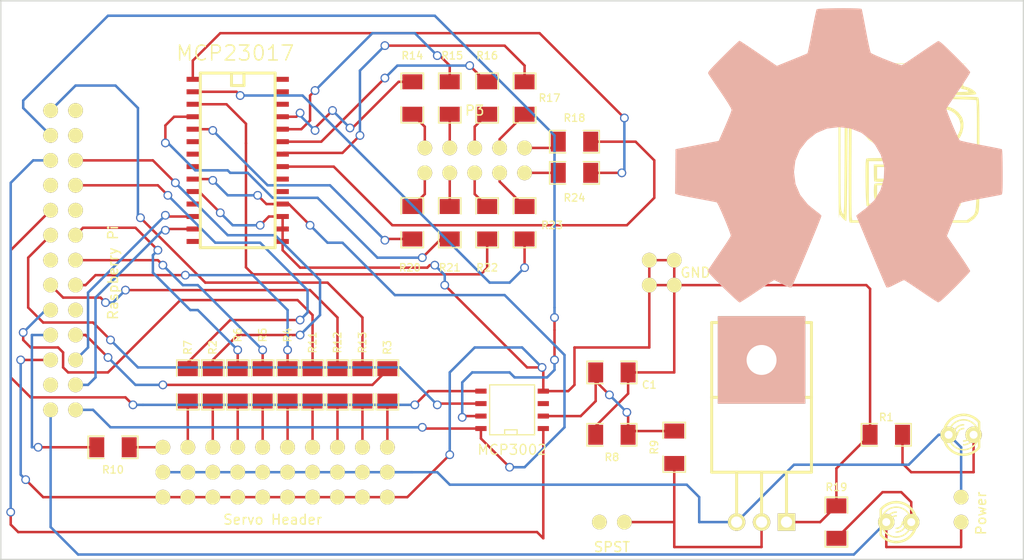
<source format=kicad_pcb>
(kicad_pcb (version 3) (host pcbnew "(2013-07-07 BZR 4022)-stable")

  (general
    (links 94)
    (no_connects 0)
    (area 76.124999 178.74996 180.415001 238.835001)
    (thickness 1.6)
    (drawings 7)
    (tracks 447)
    (zones 0)
    (modules 47)
    (nets 55)
  )

  (page A3)
  (layers
    (15 F.Cu signal)
    (0 B.Cu signal)
    (16 B.Adhes user)
    (17 F.Adhes user)
    (18 B.Paste user)
    (19 F.Paste user)
    (20 B.SilkS user)
    (21 F.SilkS user)
    (22 B.Mask user)
    (23 F.Mask user)
    (24 Dwgs.User user)
    (25 Cmts.User user)
    (26 Eco1.User user)
    (27 Eco2.User user)
    (28 Edge.Cuts user)
  )

  (setup
    (last_trace_width 0.254)
    (trace_clearance 0.254)
    (zone_clearance 0.508)
    (zone_45_only no)
    (trace_min 0.254)
    (segment_width 0.2)
    (edge_width 0.15)
    (via_size 0.889)
    (via_drill 0.635)
    (via_min_size 0.889)
    (via_min_drill 0.508)
    (uvia_size 0.508)
    (uvia_drill 0.127)
    (uvias_allowed no)
    (uvia_min_size 0.508)
    (uvia_min_drill 0.127)
    (pcb_text_width 0.3)
    (pcb_text_size 1.5 1.5)
    (mod_edge_width 0.15)
    (mod_text_size 1.5 1.5)
    (mod_text_width 0.15)
    (pad_size 1.6764 1.6764)
    (pad_drill 0.8128)
    (pad_to_mask_clearance 0.2)
    (aux_axis_origin 0 0)
    (visible_elements 7FFFFFFF)
    (pcbplotparams
      (layerselection 284196865)
      (usegerberextensions true)
      (excludeedgelayer true)
      (linewidth 0.100000)
      (plotframeref false)
      (viasonmask false)
      (mode 1)
      (useauxorigin false)
      (hpglpennumber 1)
      (hpglpenspeed 20)
      (hpglpendiameter 15)
      (hpglpenoverlay 2)
      (psnegative false)
      (psa4output false)
      (plotreference true)
      (plotvalue true)
      (plotothertext true)
      (plotinvisibletext false)
      (padsonsilk false)
      (subtractmaskfromsilk false)
      (outputformat 1)
      (mirror false)
      (drillshape 0)
      (scaleselection 1)
      (outputdirectory Gerbers/))
  )

  (net 0 "")
  (net 1 GND)
  (net 2 N-000001)
  (net 3 N-0000010)
  (net 4 N-0000011)
  (net 5 N-0000012)
  (net 6 N-0000013)
  (net 7 N-0000014)
  (net 8 N-0000015)
  (net 9 N-0000016)
  (net 10 N-0000017)
  (net 11 N-0000018)
  (net 12 N-0000019)
  (net 13 N-000002)
  (net 14 N-0000020)
  (net 15 N-0000021)
  (net 16 N-0000022)
  (net 17 N-0000023)
  (net 18 N-0000024)
  (net 19 N-0000025)
  (net 20 N-0000026)
  (net 21 N-0000027)
  (net 22 N-0000028)
  (net 23 N-0000029)
  (net 24 N-000003)
  (net 25 N-0000030)
  (net 26 N-0000031)
  (net 27 N-0000032)
  (net 28 N-0000033)
  (net 29 N-000004)
  (net 30 N-0000044)
  (net 31 N-0000045)
  (net 32 N-0000046)
  (net 33 N-0000047)
  (net 34 N-0000048)
  (net 35 N-0000049)
  (net 36 N-000005)
  (net 37 N-0000050)
  (net 38 N-0000051)
  (net 39 N-0000052)
  (net 40 N-0000053)
  (net 41 N-0000056)
  (net 42 N-0000058)
  (net 43 N-0000059)
  (net 44 N-000006)
  (net 45 N-0000060)
  (net 46 N-0000062)
  (net 47 N-000007)
  (net 48 N-0000071)
  (net 49 N-0000072)
  (net 50 N-0000079)
  (net 51 N-000008)
  (net 52 N-0000080)
  (net 53 N-0000083)
  (net 54 N-000009)

  (net_class Default "This is the default net class."
    (clearance 0.254)
    (trace_width 0.254)
    (via_dia 0.889)
    (via_drill 0.635)
    (uvia_dia 0.508)
    (uvia_drill 0.127)
    (add_net "")
    (add_net GND)
    (add_net N-000001)
    (add_net N-0000010)
    (add_net N-0000011)
    (add_net N-0000012)
    (add_net N-0000013)
    (add_net N-0000014)
    (add_net N-0000015)
    (add_net N-0000016)
    (add_net N-0000017)
    (add_net N-0000018)
    (add_net N-0000019)
    (add_net N-000002)
    (add_net N-0000020)
    (add_net N-0000021)
    (add_net N-0000022)
    (add_net N-0000023)
    (add_net N-0000024)
    (add_net N-0000025)
    (add_net N-0000026)
    (add_net N-0000027)
    (add_net N-0000028)
    (add_net N-0000029)
    (add_net N-000003)
    (add_net N-0000030)
    (add_net N-0000031)
    (add_net N-0000032)
    (add_net N-0000033)
    (add_net N-000004)
    (add_net N-0000044)
    (add_net N-0000045)
    (add_net N-0000046)
    (add_net N-0000047)
    (add_net N-0000048)
    (add_net N-0000049)
    (add_net N-000005)
    (add_net N-0000050)
    (add_net N-0000051)
    (add_net N-0000052)
    (add_net N-0000053)
    (add_net N-0000056)
    (add_net N-0000058)
    (add_net N-0000059)
    (add_net N-000006)
    (add_net N-0000060)
    (add_net N-0000062)
    (add_net N-000007)
    (add_net N-0000071)
    (add_net N-0000072)
    (add_net N-0000079)
    (add_net N-000008)
    (add_net N-0000080)
    (add_net N-0000083)
    (add_net N-000009)
  )

  (module TO220 (layer F.Cu) (tedit 53F64AF8) (tstamp 53F3A9AE)
    (at 153.67 234.95 90)
    (descr "Transistor TO 220")
    (tags "TR TO220 DEV")
    (path /53D00849)
    (fp_text reference U2 (at 6.985 0 180) (layer F.SilkS) hide
      (effects (font (size 1.016 1.016) (thickness 0.2032)))
    )
    (fp_text value LM1084IT-5.0/NOPB (at 10.795 0 180) (layer F.SilkS) hide
      (effects (font (size 1.016 1.016) (thickness 0.2032)))
    )
    (fp_line (start 0 -2.54) (end 5.08 -2.54) (layer F.SilkS) (width 0.3048))
    (fp_line (start 0 0) (end 5.08 0) (layer F.SilkS) (width 0.3048))
    (fp_line (start 0 2.54) (end 5.08 2.54) (layer F.SilkS) (width 0.3048))
    (fp_line (start 5.08 5.08) (end 20.32 5.08) (layer F.SilkS) (width 0.3048))
    (fp_line (start 20.32 5.08) (end 20.32 -5.08) (layer F.SilkS) (width 0.3048))
    (fp_line (start 20.32 -5.08) (end 5.08 -5.08) (layer F.SilkS) (width 0.3048))
    (fp_line (start 5.08 -5.08) (end 5.08 5.08) (layer F.SilkS) (width 0.3048))
    (fp_line (start 12.7 3.81) (end 12.7 -5.08) (layer F.SilkS) (width 0.3048))
    (fp_line (start 12.7 3.81) (end 12.7 5.08) (layer F.SilkS) (width 0.3048))
    (pad 1 thru_hole rect (at 0 2.54 90) (size 1.778 1.778) (drill 1.143)
      (layers *.Cu *.Mask F.SilkS)
      (net 1 GND)
    )
    (pad 2 thru_hole circle (at 0 -2.54 90) (size 1.778 1.778) (drill 1.143)
      (layers *.Cu *.Mask F.SilkS)
      (net 50 N-0000079)
    )
    (pad 3 thru_hole circle (at 0 0 90) (size 1.778 1.778) (drill 1.143)
      (layers *.Cu *.Mask F.SilkS)
      (net 53 N-0000083)
    )
    (pad 4 thru_hole rect (at 16.51 0 90) (size 8.89 8.89) (drill 3.048)
      (layers *.Cu *.SilkS *.Mask)
    )
    (model discret/to220_horiz.wrl
      (at (xyz 0 0 0))
      (scale (xyz 1 1 1))
      (rotate (xyz 0 0 0))
    )
  )

  (module SO8N (layer F.Cu) (tedit 53F64B80) (tstamp 53F3A9C1)
    (at 128.27 223.52 90)
    (descr "Module CMS SOJ 8 pins large")
    (tags "CMS SOJ")
    (path /53D01206)
    (attr smd)
    (fp_text reference U3 (at 0 -1.27 90) (layer F.SilkS) hide
      (effects (font (size 1.143 1.016) (thickness 0.127)))
    )
    (fp_text value MCP3002 (at -4.064 0 180) (layer F.SilkS)
      (effects (font (size 1.016 1.016) (thickness 0.127)))
    )
    (fp_line (start -2.54 -2.286) (end 2.54 -2.286) (layer F.SilkS) (width 0.127))
    (fp_line (start 2.54 -2.286) (end 2.54 2.286) (layer F.SilkS) (width 0.127))
    (fp_line (start 2.54 2.286) (end -2.54 2.286) (layer F.SilkS) (width 0.127))
    (fp_line (start -2.54 2.286) (end -2.54 -2.286) (layer F.SilkS) (width 0.127))
    (fp_line (start -2.54 -0.762) (end -2.032 -0.762) (layer F.SilkS) (width 0.127))
    (fp_line (start -2.032 -0.762) (end -2.032 0.508) (layer F.SilkS) (width 0.127))
    (fp_line (start -2.032 0.508) (end -2.54 0.508) (layer F.SilkS) (width 0.127))
    (pad 8 smd rect (at -1.905 -3.175 90) (size 0.508 1.143)
      (layers F.Cu F.Paste F.Mask)
      (net 52 N-0000080)
    )
    (pad 7 smd rect (at -0.635 -3.175 90) (size 0.508 1.143)
      (layers F.Cu F.Paste F.Mask)
      (net 41 N-0000056)
    )
    (pad 6 smd rect (at 0.635 -3.175 90) (size 0.508 1.143)
      (layers F.Cu F.Paste F.Mask)
      (net 46 N-0000062)
    )
    (pad 5 smd rect (at 1.905 -3.175 90) (size 0.508 1.143)
      (layers F.Cu F.Paste F.Mask)
      (net 45 N-0000060)
    )
    (pad 4 smd rect (at 1.905 3.175 90) (size 0.508 1.143)
      (layers F.Cu F.Paste F.Mask)
      (net 1 GND)
    )
    (pad 3 smd rect (at 0.635 3.175 90) (size 0.508 1.143)
      (layers F.Cu F.Paste F.Mask)
    )
    (pad 2 smd rect (at -0.635 3.175 90) (size 0.508 1.143)
      (layers F.Cu F.Paste F.Mask)
      (net 42 N-0000058)
    )
    (pad 1 smd rect (at -1.905 3.175 90) (size 0.508 1.143)
      (layers F.Cu F.Paste F.Mask)
      (net 43 N-0000059)
    )
    (model smd/cms_so8.wrl
      (at (xyz 0 0 0))
      (scale (xyz 0.5 0.38 0.5))
      (rotate (xyz 0 0 0))
    )
  )

  (module SO28 (layer F.Cu) (tedit 53F64C89) (tstamp 53F3A9E9)
    (at 100.33 198.12 270)
    (descr "Module CMS SO 28 pins large")
    (tags "CMS SOJ SO SOIC")
    (path /53CFF7BD)
    (attr smd)
    (fp_text reference U1 (at 0 -1.26492 270) (layer F.SilkS) hide
      (effects (font (size 1.524 1.524) (thickness 0.1524)))
    )
    (fp_text value MCP23017 (at -10.922 0.254 360) (layer F.SilkS)
      (effects (font (size 1.524 1.524) (thickness 0.1524)))
    )
    (fp_line (start 8.89 -2.54) (end 8.89 3.81) (layer F.SilkS) (width 0.3048))
    (fp_line (start 8.89 3.81) (end -8.89 3.81) (layer F.SilkS) (width 0.3048))
    (fp_line (start -8.89 3.81) (end -8.89 -3.81) (layer F.SilkS) (width 0.3048))
    (fp_line (start -8.89 -3.81) (end 8.89 -3.81) (layer F.SilkS) (width 0.3048))
    (fp_line (start 8.89 -3.81) (end 8.89 -2.54) (layer F.SilkS) (width 0.3048))
    (fp_line (start -8.89 -0.635) (end -7.62 -0.635) (layer F.SilkS) (width 0.3048))
    (fp_line (start -7.62 -0.635) (end -7.62 0.635) (layer F.SilkS) (width 0.3048))
    (fp_line (start -7.62 0.635) (end -8.89 0.635) (layer F.SilkS) (width 0.3048))
    (pad 1 smd rect (at -8.255 4.572 270) (size 0.508 1.27)
      (layers F.Cu F.Paste F.Mask)
      (net 13 N-000002)
    )
    (pad 2 smd rect (at -6.985 4.572 270) (size 0.508 1.27)
      (layers F.Cu F.Paste F.Mask)
      (net 3 N-0000010)
    )
    (pad 3 smd rect (at -5.715 4.572 270) (size 0.508 1.27)
      (layers F.Cu F.Paste F.Mask)
      (net 2 N-000001)
    )
    (pad 4 smd rect (at -4.445 4.572 270) (size 0.508 1.27)
      (layers F.Cu F.Paste F.Mask)
      (net 54 N-000009)
    )
    (pad 5 smd rect (at -3.175 4.572 270) (size 0.508 1.27)
      (layers F.Cu F.Paste F.Mask)
      (net 51 N-000008)
    )
    (pad 6 smd rect (at -1.905 4.572 270) (size 0.508 1.27)
      (layers F.Cu F.Paste F.Mask)
    )
    (pad 7 smd rect (at -0.635 4.572 270) (size 0.508 1.27)
      (layers F.Cu F.Paste F.Mask)
    )
    (pad 8 smd rect (at 0.635 4.572 270) (size 0.508 1.27)
      (layers F.Cu F.Paste F.Mask)
    )
    (pad 9 smd rect (at 1.905 4.572 270) (size 0.508 1.27)
      (layers F.Cu F.Paste F.Mask)
      (net 52 N-0000080)
    )
    (pad 10 smd rect (at 3.175 4.572 270) (size 0.508 1.27)
      (layers F.Cu F.Paste F.Mask)
      (net 1 GND)
    )
    (pad 11 smd rect (at 4.445 4.572 270) (size 0.508 1.27)
      (layers F.Cu F.Paste F.Mask)
    )
    (pad 12 smd rect (at 5.715 4.572 270) (size 0.508 1.27)
      (layers F.Cu F.Paste F.Mask)
      (net 49 N-0000072)
    )
    (pad 13 smd rect (at 6.985 4.572 270) (size 0.508 1.27)
      (layers F.Cu F.Paste F.Mask)
      (net 48 N-0000071)
    )
    (pad 14 smd rect (at 8.255 4.572 270) (size 0.508 1.27)
      (layers F.Cu F.Paste F.Mask)
    )
    (pad 15 smd rect (at 8.255 -4.572 270) (size 0.508 1.27)
      (layers F.Cu F.Paste F.Mask)
      (net 1 GND)
    )
    (pad 16 smd rect (at 6.985 -4.572 270) (size 0.508 1.27)
      (layers F.Cu F.Paste F.Mask)
      (net 1 GND)
    )
    (pad 17 smd rect (at 5.715 -4.572 270) (size 0.508 1.27)
      (layers F.Cu F.Paste F.Mask)
      (net 1 GND)
    )
    (pad 18 smd rect (at 4.445 -4.572 270) (size 0.508 1.27)
      (layers F.Cu F.Paste F.Mask)
      (net 52 N-0000080)
    )
    (pad 19 smd rect (at 3.175 -4.572 270) (size 0.508 1.27)
      (layers F.Cu F.Paste F.Mask)
    )
    (pad 20 smd rect (at 1.905 -4.572 270) (size 0.508 1.27)
      (layers F.Cu F.Paste F.Mask)
    )
    (pad 21 smd rect (at 0.635 -4.572 270) (size 0.508 1.27)
      (layers F.Cu F.Paste F.Mask)
      (net 38 N-0000051)
    )
    (pad 22 smd rect (at -0.635 -4.572 270) (size 0.508 1.27)
      (layers F.Cu F.Paste F.Mask)
      (net 12 N-0000019)
    )
    (pad 23 smd rect (at -1.905 -4.572 270) (size 0.508 1.27)
      (layers F.Cu F.Paste F.Mask)
      (net 11 N-0000018)
    )
    (pad 24 smd rect (at -3.175 -4.572 270) (size 0.508 1.27)
      (layers F.Cu F.Paste F.Mask)
      (net 10 N-0000017)
    )
    (pad 25 smd rect (at -4.445 -4.572 270) (size 0.508 1.27)
      (layers F.Cu F.Paste F.Mask)
      (net 9 N-0000016)
    )
    (pad 26 smd rect (at -5.715 -4.572 270) (size 0.508 1.27)
      (layers F.Cu F.Paste F.Mask)
    )
    (pad 27 smd rect (at -6.985 -4.572 270) (size 0.508 1.27)
      (layers F.Cu F.Paste F.Mask)
    )
    (pad 28 smd rect (at -8.255 -4.572 270) (size 0.508 1.27)
      (layers F.Cu F.Paste F.Mask)
    )
    (model smd/cms_soj28.wrl
      (at (xyz 0 0 0))
      (scale (xyz 0.5 0.55 0.5))
      (rotate (xyz 0 0 0))
    )
  )

  (module SM1206 (layer F.Cu) (tedit 53F64C6F) (tstamp 53F3A9F5)
    (at 115.57 220.98 90)
    (path /53F3CC9A)
    (attr smd)
    (fp_text reference R3 (at 3.81 0 90) (layer F.SilkS)
      (effects (font (size 0.762 0.762) (thickness 0.127)))
    )
    (fp_text value 1K (at 0 0 90) (layer F.SilkS) hide
      (effects (font (size 0.762 0.762) (thickness 0.127)))
    )
    (fp_line (start -2.54 -1.143) (end -2.54 1.143) (layer F.SilkS) (width 0.127))
    (fp_line (start -2.54 1.143) (end -0.889 1.143) (layer F.SilkS) (width 0.127))
    (fp_line (start 0.889 -1.143) (end 2.54 -1.143) (layer F.SilkS) (width 0.127))
    (fp_line (start 2.54 -1.143) (end 2.54 1.143) (layer F.SilkS) (width 0.127))
    (fp_line (start 2.54 1.143) (end 0.889 1.143) (layer F.SilkS) (width 0.127))
    (fp_line (start -0.889 -1.143) (end -2.54 -1.143) (layer F.SilkS) (width 0.127))
    (pad 1 smd rect (at -1.651 0 90) (size 1.524 2.032)
      (layers F.Cu F.Paste F.Mask)
      (net 4 N-0000011)
    )
    (pad 2 smd rect (at 1.651 0 90) (size 1.524 2.032)
      (layers F.Cu F.Paste F.Mask)
      (net 20 N-0000026)
    )
    (model smd/chip_cms.wrl
      (at (xyz 0 0 0))
      (scale (xyz 0.17 0.16 0.16))
      (rotate (xyz 0 0 0))
    )
  )

  (module SM1206 (layer F.Cu) (tedit 53F64CEB) (tstamp 53F3AA01)
    (at 121.92 191.77 270)
    (path /53D029F5)
    (attr smd)
    (fp_text reference R15 (at -4.318 -0.254 360) (layer F.SilkS)
      (effects (font (size 0.762 0.762) (thickness 0.127)))
    )
    (fp_text value 270 (at 0 0 270) (layer F.SilkS) hide
      (effects (font (size 0.762 0.762) (thickness 0.127)))
    )
    (fp_line (start -2.54 -1.143) (end -2.54 1.143) (layer F.SilkS) (width 0.127))
    (fp_line (start -2.54 1.143) (end -0.889 1.143) (layer F.SilkS) (width 0.127))
    (fp_line (start 0.889 -1.143) (end 2.54 -1.143) (layer F.SilkS) (width 0.127))
    (fp_line (start 2.54 -1.143) (end 2.54 1.143) (layer F.SilkS) (width 0.127))
    (fp_line (start 2.54 1.143) (end 0.889 1.143) (layer F.SilkS) (width 0.127))
    (fp_line (start -0.889 -1.143) (end -2.54 -1.143) (layer F.SilkS) (width 0.127))
    (pad 1 smd rect (at -1.651 0 270) (size 1.524 2.032)
      (layers F.Cu F.Paste F.Mask)
      (net 10 N-0000017)
    )
    (pad 2 smd rect (at 1.651 0 270) (size 1.524 2.032)
      (layers F.Cu F.Paste F.Mask)
      (net 14 N-0000020)
    )
    (model smd/chip_cms.wrl
      (at (xyz 0 0 0))
      (scale (xyz 0.17 0.16 0.16))
      (rotate (xyz 0 0 0))
    )
  )

  (module SM1206 (layer F.Cu) (tedit 53F64CF2) (tstamp 53F3AA0D)
    (at 118.11 191.77 270)
    (path /53D029FD)
    (attr smd)
    (fp_text reference R14 (at -4.318 0 360) (layer F.SilkS)
      (effects (font (size 0.762 0.762) (thickness 0.127)))
    )
    (fp_text value 270 (at 0 0 270) (layer F.SilkS) hide
      (effects (font (size 0.762 0.762) (thickness 0.127)))
    )
    (fp_line (start -2.54 -1.143) (end -2.54 1.143) (layer F.SilkS) (width 0.127))
    (fp_line (start -2.54 1.143) (end -0.889 1.143) (layer F.SilkS) (width 0.127))
    (fp_line (start 0.889 -1.143) (end 2.54 -1.143) (layer F.SilkS) (width 0.127))
    (fp_line (start 2.54 -1.143) (end 2.54 1.143) (layer F.SilkS) (width 0.127))
    (fp_line (start 2.54 1.143) (end 0.889 1.143) (layer F.SilkS) (width 0.127))
    (fp_line (start -0.889 -1.143) (end -2.54 -1.143) (layer F.SilkS) (width 0.127))
    (pad 1 smd rect (at -1.651 0 270) (size 1.524 2.032)
      (layers F.Cu F.Paste F.Mask)
      (net 9 N-0000016)
    )
    (pad 2 smd rect (at 1.651 0 270) (size 1.524 2.032)
      (layers F.Cu F.Paste F.Mask)
      (net 8 N-0000015)
    )
    (model smd/chip_cms.wrl
      (at (xyz 0 0 0))
      (scale (xyz 0.17 0.16 0.16))
      (rotate (xyz 0 0 0))
    )
  )

  (module SM1206 (layer F.Cu) (tedit 53F64CCE) (tstamp 53F3AA19)
    (at 134.62 196.215 180)
    (path /53D02A0A)
    (attr smd)
    (fp_text reference R18 (at 0 2.413 180) (layer F.SilkS)
      (effects (font (size 0.762 0.762) (thickness 0.127)))
    )
    (fp_text value 270 (at 0 0 180) (layer F.SilkS) hide
      (effects (font (size 0.762 0.762) (thickness 0.127)))
    )
    (fp_line (start -2.54 -1.143) (end -2.54 1.143) (layer F.SilkS) (width 0.127))
    (fp_line (start -2.54 1.143) (end -0.889 1.143) (layer F.SilkS) (width 0.127))
    (fp_line (start 0.889 -1.143) (end 2.54 -1.143) (layer F.SilkS) (width 0.127))
    (fp_line (start 2.54 -1.143) (end 2.54 1.143) (layer F.SilkS) (width 0.127))
    (fp_line (start 2.54 1.143) (end 0.889 1.143) (layer F.SilkS) (width 0.127))
    (fp_line (start -0.889 -1.143) (end -2.54 -1.143) (layer F.SilkS) (width 0.127))
    (pad 1 smd rect (at -1.651 0 180) (size 1.524 2.032)
      (layers F.Cu F.Paste F.Mask)
      (net 38 N-0000051)
    )
    (pad 2 smd rect (at 1.651 0 180) (size 1.524 2.032)
      (layers F.Cu F.Paste F.Mask)
      (net 17 N-0000023)
    )
    (model smd/chip_cms.wrl
      (at (xyz 0 0 0))
      (scale (xyz 0.17 0.16 0.16))
      (rotate (xyz 0 0 0))
    )
  )

  (module SM1206 (layer F.Cu) (tedit 53F64CCB) (tstamp 53F3AA25)
    (at 134.62 199.39)
    (path /53D9664A)
    (attr smd)
    (fp_text reference R24 (at 0 2.54) (layer F.SilkS)
      (effects (font (size 0.762 0.762) (thickness 0.127)))
    )
    (fp_text value 270 (at 0 0) (layer F.SilkS) hide
      (effects (font (size 0.762 0.762) (thickness 0.127)))
    )
    (fp_line (start -2.54 -1.143) (end -2.54 1.143) (layer F.SilkS) (width 0.127))
    (fp_line (start -2.54 1.143) (end -0.889 1.143) (layer F.SilkS) (width 0.127))
    (fp_line (start 0.889 -1.143) (end 2.54 -1.143) (layer F.SilkS) (width 0.127))
    (fp_line (start 2.54 -1.143) (end 2.54 1.143) (layer F.SilkS) (width 0.127))
    (fp_line (start 2.54 1.143) (end 0.889 1.143) (layer F.SilkS) (width 0.127))
    (fp_line (start -0.889 -1.143) (end -2.54 -1.143) (layer F.SilkS) (width 0.127))
    (pad 1 smd rect (at -1.651 0) (size 1.524 2.032)
      (layers F.Cu F.Paste F.Mask)
      (net 24 N-000003)
    )
    (pad 2 smd rect (at 1.651 0) (size 1.524 2.032)
      (layers F.Cu F.Paste F.Mask)
      (net 13 N-000002)
    )
    (model smd/chip_cms.wrl
      (at (xyz 0 0 0))
      (scale (xyz 0.17 0.16 0.16))
      (rotate (xyz 0 0 0))
    )
  )

  (module SM1206 (layer F.Cu) (tedit 53F64CC4) (tstamp 53F3AA31)
    (at 129.54 204.47 270)
    (path /53D96650)
    (attr smd)
    (fp_text reference R23 (at 0.254 -2.794 360) (layer F.SilkS)
      (effects (font (size 0.762 0.762) (thickness 0.127)))
    )
    (fp_text value 270 (at 0 0 270) (layer F.SilkS) hide
      (effects (font (size 0.762 0.762) (thickness 0.127)))
    )
    (fp_line (start -2.54 -1.143) (end -2.54 1.143) (layer F.SilkS) (width 0.127))
    (fp_line (start -2.54 1.143) (end -0.889 1.143) (layer F.SilkS) (width 0.127))
    (fp_line (start 0.889 -1.143) (end 2.54 -1.143) (layer F.SilkS) (width 0.127))
    (fp_line (start 2.54 -1.143) (end 2.54 1.143) (layer F.SilkS) (width 0.127))
    (fp_line (start 2.54 1.143) (end 0.889 1.143) (layer F.SilkS) (width 0.127))
    (fp_line (start -0.889 -1.143) (end -2.54 -1.143) (layer F.SilkS) (width 0.127))
    (pad 1 smd rect (at -1.651 0 270) (size 1.524 2.032)
      (layers F.Cu F.Paste F.Mask)
      (net 29 N-000004)
    )
    (pad 2 smd rect (at 1.651 0 270) (size 1.524 2.032)
      (layers F.Cu F.Paste F.Mask)
      (net 3 N-0000010)
    )
    (model smd/chip_cms.wrl
      (at (xyz 0 0 0))
      (scale (xyz 0.17 0.16 0.16))
      (rotate (xyz 0 0 0))
    )
  )

  (module SM1206 (layer F.Cu) (tedit 53F64CB2) (tstamp 53F3AA3D)
    (at 125.73 204.47 270)
    (path /53D96656)
    (attr smd)
    (fp_text reference R22 (at 4.572 0 360) (layer F.SilkS)
      (effects (font (size 0.762 0.762) (thickness 0.127)))
    )
    (fp_text value 270 (at 0 0 270) (layer F.SilkS) hide
      (effects (font (size 0.762 0.762) (thickness 0.127)))
    )
    (fp_line (start -2.54 -1.143) (end -2.54 1.143) (layer F.SilkS) (width 0.127))
    (fp_line (start -2.54 1.143) (end -0.889 1.143) (layer F.SilkS) (width 0.127))
    (fp_line (start 0.889 -1.143) (end 2.54 -1.143) (layer F.SilkS) (width 0.127))
    (fp_line (start 2.54 -1.143) (end 2.54 1.143) (layer F.SilkS) (width 0.127))
    (fp_line (start 2.54 1.143) (end 0.889 1.143) (layer F.SilkS) (width 0.127))
    (fp_line (start -0.889 -1.143) (end -2.54 -1.143) (layer F.SilkS) (width 0.127))
    (pad 1 smd rect (at -1.651 0 270) (size 1.524 2.032)
      (layers F.Cu F.Paste F.Mask)
      (net 36 N-000005)
    )
    (pad 2 smd rect (at 1.651 0 270) (size 1.524 2.032)
      (layers F.Cu F.Paste F.Mask)
      (net 2 N-000001)
    )
    (model smd/chip_cms.wrl
      (at (xyz 0 0 0))
      (scale (xyz 0.17 0.16 0.16))
      (rotate (xyz 0 0 0))
    )
  )

  (module SM1206 (layer F.Cu) (tedit 53F64CAC) (tstamp 53F3AA49)
    (at 121.92 204.47 270)
    (path /53D9665C)
    (attr smd)
    (fp_text reference R21 (at 4.572 0 360) (layer F.SilkS)
      (effects (font (size 0.762 0.762) (thickness 0.127)))
    )
    (fp_text value 270 (at 0 0 270) (layer F.SilkS) hide
      (effects (font (size 0.762 0.762) (thickness 0.127)))
    )
    (fp_line (start -2.54 -1.143) (end -2.54 1.143) (layer F.SilkS) (width 0.127))
    (fp_line (start -2.54 1.143) (end -0.889 1.143) (layer F.SilkS) (width 0.127))
    (fp_line (start 0.889 -1.143) (end 2.54 -1.143) (layer F.SilkS) (width 0.127))
    (fp_line (start 2.54 -1.143) (end 2.54 1.143) (layer F.SilkS) (width 0.127))
    (fp_line (start 2.54 1.143) (end 0.889 1.143) (layer F.SilkS) (width 0.127))
    (fp_line (start -0.889 -1.143) (end -2.54 -1.143) (layer F.SilkS) (width 0.127))
    (pad 1 smd rect (at -1.651 0 270) (size 1.524 2.032)
      (layers F.Cu F.Paste F.Mask)
      (net 44 N-000006)
    )
    (pad 2 smd rect (at 1.651 0 270) (size 1.524 2.032)
      (layers F.Cu F.Paste F.Mask)
      (net 54 N-000009)
    )
    (model smd/chip_cms.wrl
      (at (xyz 0 0 0))
      (scale (xyz 0.17 0.16 0.16))
      (rotate (xyz 0 0 0))
    )
  )

  (module SM1206 (layer F.Cu) (tedit 53F64CA3) (tstamp 53F3AA55)
    (at 118.11 204.47 270)
    (path /53D96662)
    (attr smd)
    (fp_text reference R20 (at 4.572 0.254 360) (layer F.SilkS)
      (effects (font (size 0.762 0.762) (thickness 0.127)))
    )
    (fp_text value 270 (at 0 0 270) (layer F.SilkS) hide
      (effects (font (size 0.762 0.762) (thickness 0.127)))
    )
    (fp_line (start -2.54 -1.143) (end -2.54 1.143) (layer F.SilkS) (width 0.127))
    (fp_line (start -2.54 1.143) (end -0.889 1.143) (layer F.SilkS) (width 0.127))
    (fp_line (start 0.889 -1.143) (end 2.54 -1.143) (layer F.SilkS) (width 0.127))
    (fp_line (start 2.54 -1.143) (end 2.54 1.143) (layer F.SilkS) (width 0.127))
    (fp_line (start 2.54 1.143) (end 0.889 1.143) (layer F.SilkS) (width 0.127))
    (fp_line (start -0.889 -1.143) (end -2.54 -1.143) (layer F.SilkS) (width 0.127))
    (pad 1 smd rect (at -1.651 0 270) (size 1.524 2.032)
      (layers F.Cu F.Paste F.Mask)
      (net 47 N-000007)
    )
    (pad 2 smd rect (at 1.651 0 270) (size 1.524 2.032)
      (layers F.Cu F.Paste F.Mask)
      (net 51 N-000008)
    )
    (model smd/chip_cms.wrl
      (at (xyz 0 0 0))
      (scale (xyz 0.17 0.16 0.16))
      (rotate (xyz 0 0 0))
    )
  )

  (module SM1206 (layer F.Cu) (tedit 53F64B25) (tstamp 53F3B045)
    (at 161.29 234.95 90)
    (path /53D9701F)
    (attr smd)
    (fp_text reference R19 (at 3.556 0 180) (layer F.SilkS)
      (effects (font (size 0.762 0.762) (thickness 0.127)))
    )
    (fp_text value 270 (at 0 0 90) (layer F.SilkS) hide
      (effects (font (size 0.762 0.762) (thickness 0.127)))
    )
    (fp_line (start -2.54 -1.143) (end -2.54 1.143) (layer F.SilkS) (width 0.127))
    (fp_line (start -2.54 1.143) (end -0.889 1.143) (layer F.SilkS) (width 0.127))
    (fp_line (start 0.889 -1.143) (end 2.54 -1.143) (layer F.SilkS) (width 0.127))
    (fp_line (start 2.54 -1.143) (end 2.54 1.143) (layer F.SilkS) (width 0.127))
    (fp_line (start 2.54 1.143) (end 0.889 1.143) (layer F.SilkS) (width 0.127))
    (fp_line (start -0.889 -1.143) (end -2.54 -1.143) (layer F.SilkS) (width 0.127))
    (pad 1 smd rect (at -1.651 0 90) (size 1.524 2.032)
      (layers F.Cu F.Paste F.Mask)
      (net 6 N-0000013)
    )
    (pad 2 smd rect (at 1.651 0 90) (size 1.524 2.032)
      (layers F.Cu F.Paste F.Mask)
      (net 1 GND)
    )
    (model smd/chip_cms.wrl
      (at (xyz 0 0 0))
      (scale (xyz 0.17 0.16 0.16))
      (rotate (xyz 0 0 0))
    )
  )

  (module SM1206 (layer F.Cu) (tedit 53F64CDB) (tstamp 53F3AA6D)
    (at 129.54 191.77 270)
    (path /53D029EF)
    (attr smd)
    (fp_text reference R17 (at 0 -2.54 360) (layer F.SilkS)
      (effects (font (size 0.762 0.762) (thickness 0.127)))
    )
    (fp_text value 270 (at 0 0 270) (layer F.SilkS) hide
      (effects (font (size 0.762 0.762) (thickness 0.127)))
    )
    (fp_line (start -2.54 -1.143) (end -2.54 1.143) (layer F.SilkS) (width 0.127))
    (fp_line (start -2.54 1.143) (end -0.889 1.143) (layer F.SilkS) (width 0.127))
    (fp_line (start 0.889 -1.143) (end 2.54 -1.143) (layer F.SilkS) (width 0.127))
    (fp_line (start 2.54 -1.143) (end 2.54 1.143) (layer F.SilkS) (width 0.127))
    (fp_line (start 2.54 1.143) (end 0.889 1.143) (layer F.SilkS) (width 0.127))
    (fp_line (start -0.889 -1.143) (end -2.54 -1.143) (layer F.SilkS) (width 0.127))
    (pad 1 smd rect (at -1.651 0 270) (size 1.524 2.032)
      (layers F.Cu F.Paste F.Mask)
      (net 12 N-0000019)
    )
    (pad 2 smd rect (at 1.651 0 270) (size 1.524 2.032)
      (layers F.Cu F.Paste F.Mask)
      (net 16 N-0000022)
    )
    (model smd/chip_cms.wrl
      (at (xyz 0 0 0))
      (scale (xyz 0.17 0.16 0.16))
      (rotate (xyz 0 0 0))
    )
  )

  (module SM1206 (layer F.Cu) (tedit 53F64C45) (tstamp 53F3AA79)
    (at 105.41 220.98 90)
    (path /53F3CE98)
    (attr smd)
    (fp_text reference R4 (at 5.08 0 90) (layer F.SilkS)
      (effects (font (size 0.762 0.762) (thickness 0.127)))
    )
    (fp_text value 1K (at 0 0 90) (layer F.SilkS) hide
      (effects (font (size 0.762 0.762) (thickness 0.127)))
    )
    (fp_line (start -2.54 -1.143) (end -2.54 1.143) (layer F.SilkS) (width 0.127))
    (fp_line (start -2.54 1.143) (end -0.889 1.143) (layer F.SilkS) (width 0.127))
    (fp_line (start 0.889 -1.143) (end 2.54 -1.143) (layer F.SilkS) (width 0.127))
    (fp_line (start 2.54 -1.143) (end 2.54 1.143) (layer F.SilkS) (width 0.127))
    (fp_line (start 2.54 1.143) (end 0.889 1.143) (layer F.SilkS) (width 0.127))
    (fp_line (start -0.889 -1.143) (end -2.54 -1.143) (layer F.SilkS) (width 0.127))
    (pad 1 smd rect (at -1.651 0 90) (size 1.524 2.032)
      (layers F.Cu F.Paste F.Mask)
      (net 27 N-0000032)
    )
    (pad 2 smd rect (at 1.651 0 90) (size 1.524 2.032)
      (layers F.Cu F.Paste F.Mask)
      (net 25 N-0000030)
    )
    (model smd/chip_cms.wrl
      (at (xyz 0 0 0))
      (scale (xyz 0.17 0.16 0.16))
      (rotate (xyz 0 0 0))
    )
  )

  (module SM1206 (layer F.Cu) (tedit 53F64C39) (tstamp 53F3AA85)
    (at 102.87 220.98 90)
    (path /53F3CF90)
    (attr smd)
    (fp_text reference R5 (at 5.08 0 90) (layer F.SilkS)
      (effects (font (size 0.762 0.762) (thickness 0.127)))
    )
    (fp_text value 1K (at 0 0 90) (layer F.SilkS) hide
      (effects (font (size 0.762 0.762) (thickness 0.127)))
    )
    (fp_line (start -2.54 -1.143) (end -2.54 1.143) (layer F.SilkS) (width 0.127))
    (fp_line (start -2.54 1.143) (end -0.889 1.143) (layer F.SilkS) (width 0.127))
    (fp_line (start 0.889 -1.143) (end 2.54 -1.143) (layer F.SilkS) (width 0.127))
    (fp_line (start 2.54 -1.143) (end 2.54 1.143) (layer F.SilkS) (width 0.127))
    (fp_line (start 2.54 1.143) (end 0.889 1.143) (layer F.SilkS) (width 0.127))
    (fp_line (start -0.889 -1.143) (end -2.54 -1.143) (layer F.SilkS) (width 0.127))
    (pad 1 smd rect (at -1.651 0 90) (size 1.524 2.032)
      (layers F.Cu F.Paste F.Mask)
      (net 5 N-0000012)
    )
    (pad 2 smd rect (at 1.651 0 90) (size 1.524 2.032)
      (layers F.Cu F.Paste F.Mask)
      (net 23 N-0000029)
    )
    (model smd/chip_cms.wrl
      (at (xyz 0 0 0))
      (scale (xyz 0.17 0.16 0.16))
      (rotate (xyz 0 0 0))
    )
  )

  (module SM1206 (layer F.Cu) (tedit 53F64C31) (tstamp 53F3AA91)
    (at 100.33 220.98 90)
    (path /53F3D092)
    (attr smd)
    (fp_text reference R6 (at 5.08 0 90) (layer F.SilkS)
      (effects (font (size 0.762 0.762) (thickness 0.127)))
    )
    (fp_text value 1K (at 0 0 90) (layer F.SilkS) hide
      (effects (font (size 0.762 0.762) (thickness 0.127)))
    )
    (fp_line (start -2.54 -1.143) (end -2.54 1.143) (layer F.SilkS) (width 0.127))
    (fp_line (start -2.54 1.143) (end -0.889 1.143) (layer F.SilkS) (width 0.127))
    (fp_line (start 0.889 -1.143) (end 2.54 -1.143) (layer F.SilkS) (width 0.127))
    (fp_line (start 2.54 -1.143) (end 2.54 1.143) (layer F.SilkS) (width 0.127))
    (fp_line (start 2.54 1.143) (end 0.889 1.143) (layer F.SilkS) (width 0.127))
    (fp_line (start -0.889 -1.143) (end -2.54 -1.143) (layer F.SilkS) (width 0.127))
    (pad 1 smd rect (at -1.651 0 90) (size 1.524 2.032)
      (layers F.Cu F.Paste F.Mask)
      (net 7 N-0000014)
    )
    (pad 2 smd rect (at 1.651 0 90) (size 1.524 2.032)
      (layers F.Cu F.Paste F.Mask)
      (net 22 N-0000028)
    )
    (model smd/chip_cms.wrl
      (at (xyz 0 0 0))
      (scale (xyz 0.17 0.16 0.16))
      (rotate (xyz 0 0 0))
    )
  )

  (module SM1206 (layer F.Cu) (tedit 53F64C14) (tstamp 53F3AA9D)
    (at 95.25 220.98 90)
    (path /53F3D18A)
    (attr smd)
    (fp_text reference R7 (at 3.81 0 90) (layer F.SilkS)
      (effects (font (size 0.762 0.762) (thickness 0.127)))
    )
    (fp_text value 1K (at 0 0 90) (layer F.SilkS) hide
      (effects (font (size 0.762 0.762) (thickness 0.127)))
    )
    (fp_line (start -2.54 -1.143) (end -2.54 1.143) (layer F.SilkS) (width 0.127))
    (fp_line (start -2.54 1.143) (end -0.889 1.143) (layer F.SilkS) (width 0.127))
    (fp_line (start 0.889 -1.143) (end 2.54 -1.143) (layer F.SilkS) (width 0.127))
    (fp_line (start 2.54 -1.143) (end 2.54 1.143) (layer F.SilkS) (width 0.127))
    (fp_line (start 2.54 1.143) (end 0.889 1.143) (layer F.SilkS) (width 0.127))
    (fp_line (start -0.889 -1.143) (end -2.54 -1.143) (layer F.SilkS) (width 0.127))
    (pad 1 smd rect (at -1.651 0 90) (size 1.524 2.032)
      (layers F.Cu F.Paste F.Mask)
      (net 18 N-0000024)
    )
    (pad 2 smd rect (at 1.651 0 90) (size 1.524 2.032)
      (layers F.Cu F.Paste F.Mask)
      (net 21 N-0000027)
    )
    (model smd/chip_cms.wrl
      (at (xyz 0 0 0))
      (scale (xyz 0.17 0.16 0.16))
      (rotate (xyz 0 0 0))
    )
  )

  (module SM1206 (layer F.Cu) (tedit 53F64C1F) (tstamp 53F3AAA9)
    (at 97.79 220.98 270)
    (path /53F3D282)
    (attr smd)
    (fp_text reference R2 (at -3.81 0 270) (layer F.SilkS)
      (effects (font (size 0.762 0.762) (thickness 0.127)))
    )
    (fp_text value 1K (at 0 0 270) (layer F.SilkS) hide
      (effects (font (size 0.762 0.762) (thickness 0.127)))
    )
    (fp_line (start -2.54 -1.143) (end -2.54 1.143) (layer F.SilkS) (width 0.127))
    (fp_line (start -2.54 1.143) (end -0.889 1.143) (layer F.SilkS) (width 0.127))
    (fp_line (start 0.889 -1.143) (end 2.54 -1.143) (layer F.SilkS) (width 0.127))
    (fp_line (start 2.54 -1.143) (end 2.54 1.143) (layer F.SilkS) (width 0.127))
    (fp_line (start 2.54 1.143) (end 0.889 1.143) (layer F.SilkS) (width 0.127))
    (fp_line (start -0.889 -1.143) (end -2.54 -1.143) (layer F.SilkS) (width 0.127))
    (pad 1 smd rect (at -1.651 0 270) (size 1.524 2.032)
      (layers F.Cu F.Paste F.Mask)
      (net 35 N-0000049)
    )
    (pad 2 smd rect (at 1.651 0 270) (size 1.524 2.032)
      (layers F.Cu F.Paste F.Mask)
      (net 37 N-0000050)
    )
    (model smd/chip_cms.wrl
      (at (xyz 0 0 0))
      (scale (xyz 0.17 0.16 0.16))
      (rotate (xyz 0 0 0))
    )
  )

  (module SM1206 (layer F.Cu) (tedit 53F64BEF) (tstamp 53F3AAB5)
    (at 87.63 227.33)
    (path /53F3D379)
    (attr smd)
    (fp_text reference R10 (at 0 2.286) (layer F.SilkS)
      (effects (font (size 0.762 0.762) (thickness 0.127)))
    )
    (fp_text value 1K (at 0 0) (layer F.SilkS) hide
      (effects (font (size 0.762 0.762) (thickness 0.127)))
    )
    (fp_line (start -2.54 -1.143) (end -2.54 1.143) (layer F.SilkS) (width 0.127))
    (fp_line (start -2.54 1.143) (end -0.889 1.143) (layer F.SilkS) (width 0.127))
    (fp_line (start 0.889 -1.143) (end 2.54 -1.143) (layer F.SilkS) (width 0.127))
    (fp_line (start 2.54 -1.143) (end 2.54 1.143) (layer F.SilkS) (width 0.127))
    (fp_line (start 2.54 1.143) (end 0.889 1.143) (layer F.SilkS) (width 0.127))
    (fp_line (start -0.889 -1.143) (end -2.54 -1.143) (layer F.SilkS) (width 0.127))
    (pad 1 smd rect (at -1.651 0) (size 1.524 2.032)
      (layers F.Cu F.Paste F.Mask)
      (net 34 N-0000048)
    )
    (pad 2 smd rect (at 1.651 0) (size 1.524 2.032)
      (layers F.Cu F.Paste F.Mask)
      (net 33 N-0000047)
    )
    (model smd/chip_cms.wrl
      (at (xyz 0 0 0))
      (scale (xyz 0.17 0.16 0.16))
      (rotate (xyz 0 0 0))
    )
  )

  (module SM1206 (layer F.Cu) (tedit 53F64C59) (tstamp 53F3AAC1)
    (at 107.95 220.98 270)
    (path /53F3D471)
    (attr smd)
    (fp_text reference R11 (at -4.318 0 270) (layer F.SilkS)
      (effects (font (size 0.762 0.762) (thickness 0.127)))
    )
    (fp_text value 1K (at 0 0 270) (layer F.SilkS) hide
      (effects (font (size 0.762 0.762) (thickness 0.127)))
    )
    (fp_line (start -2.54 -1.143) (end -2.54 1.143) (layer F.SilkS) (width 0.127))
    (fp_line (start -2.54 1.143) (end -0.889 1.143) (layer F.SilkS) (width 0.127))
    (fp_line (start 0.889 -1.143) (end 2.54 -1.143) (layer F.SilkS) (width 0.127))
    (fp_line (start 2.54 -1.143) (end 2.54 1.143) (layer F.SilkS) (width 0.127))
    (fp_line (start 2.54 1.143) (end 0.889 1.143) (layer F.SilkS) (width 0.127))
    (fp_line (start -0.889 -1.143) (end -2.54 -1.143) (layer F.SilkS) (width 0.127))
    (pad 1 smd rect (at -1.651 0 270) (size 1.524 2.032)
      (layers F.Cu F.Paste F.Mask)
      (net 32 N-0000046)
    )
    (pad 2 smd rect (at 1.651 0 270) (size 1.524 2.032)
      (layers F.Cu F.Paste F.Mask)
      (net 39 N-0000052)
    )
    (model smd/chip_cms.wrl
      (at (xyz 0 0 0))
      (scale (xyz 0.17 0.16 0.16))
      (rotate (xyz 0 0 0))
    )
  )

  (module SM1206 (layer F.Cu) (tedit 53F64C5F) (tstamp 53F3AACD)
    (at 110.49 220.98 270)
    (path /53F3D477)
    (attr smd)
    (fp_text reference R12 (at -4.318 0 270) (layer F.SilkS)
      (effects (font (size 0.762 0.762) (thickness 0.127)))
    )
    (fp_text value 1K (at 0 0 270) (layer F.SilkS) hide
      (effects (font (size 0.762 0.762) (thickness 0.127)))
    )
    (fp_line (start -2.54 -1.143) (end -2.54 1.143) (layer F.SilkS) (width 0.127))
    (fp_line (start -2.54 1.143) (end -0.889 1.143) (layer F.SilkS) (width 0.127))
    (fp_line (start 0.889 -1.143) (end 2.54 -1.143) (layer F.SilkS) (width 0.127))
    (fp_line (start 2.54 -1.143) (end 2.54 1.143) (layer F.SilkS) (width 0.127))
    (fp_line (start 2.54 1.143) (end 0.889 1.143) (layer F.SilkS) (width 0.127))
    (fp_line (start -0.889 -1.143) (end -2.54 -1.143) (layer F.SilkS) (width 0.127))
    (pad 1 smd rect (at -1.651 0 270) (size 1.524 2.032)
      (layers F.Cu F.Paste F.Mask)
      (net 31 N-0000045)
    )
    (pad 2 smd rect (at 1.651 0 270) (size 1.524 2.032)
      (layers F.Cu F.Paste F.Mask)
      (net 40 N-0000053)
    )
    (model smd/chip_cms.wrl
      (at (xyz 0 0 0))
      (scale (xyz 0.17 0.16 0.16))
      (rotate (xyz 0 0 0))
    )
  )

  (module SM1206 (layer F.Cu) (tedit 53F64C64) (tstamp 53F3AAD9)
    (at 113.03 220.98 270)
    (path /53F3D660)
    (attr smd)
    (fp_text reference R13 (at -4.318 0 270) (layer F.SilkS)
      (effects (font (size 0.762 0.762) (thickness 0.127)))
    )
    (fp_text value 1K (at 0 0 270) (layer F.SilkS) hide
      (effects (font (size 0.762 0.762) (thickness 0.127)))
    )
    (fp_line (start -2.54 -1.143) (end -2.54 1.143) (layer F.SilkS) (width 0.127))
    (fp_line (start -2.54 1.143) (end -0.889 1.143) (layer F.SilkS) (width 0.127))
    (fp_line (start 0.889 -1.143) (end 2.54 -1.143) (layer F.SilkS) (width 0.127))
    (fp_line (start 2.54 -1.143) (end 2.54 1.143) (layer F.SilkS) (width 0.127))
    (fp_line (start 2.54 1.143) (end 0.889 1.143) (layer F.SilkS) (width 0.127))
    (fp_line (start -0.889 -1.143) (end -2.54 -1.143) (layer F.SilkS) (width 0.127))
    (pad 1 smd rect (at -1.651 0 270) (size 1.524 2.032)
      (layers F.Cu F.Paste F.Mask)
      (net 28 N-0000033)
    )
    (pad 2 smd rect (at 1.651 0 270) (size 1.524 2.032)
      (layers F.Cu F.Paste F.Mask)
      (net 30 N-0000044)
    )
    (model smd/chip_cms.wrl
      (at (xyz 0 0 0))
      (scale (xyz 0.17 0.16 0.16))
      (rotate (xyz 0 0 0))
    )
  )

  (module SM1206 (layer F.Cu) (tedit 53F64CE3) (tstamp 53F3AAE5)
    (at 125.73 191.77 270)
    (path /53D029E2)
    (attr smd)
    (fp_text reference R16 (at -4.318 0 360) (layer F.SilkS)
      (effects (font (size 0.762 0.762) (thickness 0.127)))
    )
    (fp_text value 270 (at 0 0 270) (layer F.SilkS) hide
      (effects (font (size 0.762 0.762) (thickness 0.127)))
    )
    (fp_line (start -2.54 -1.143) (end -2.54 1.143) (layer F.SilkS) (width 0.127))
    (fp_line (start -2.54 1.143) (end -0.889 1.143) (layer F.SilkS) (width 0.127))
    (fp_line (start 0.889 -1.143) (end 2.54 -1.143) (layer F.SilkS) (width 0.127))
    (fp_line (start 2.54 -1.143) (end 2.54 1.143) (layer F.SilkS) (width 0.127))
    (fp_line (start 2.54 1.143) (end 0.889 1.143) (layer F.SilkS) (width 0.127))
    (fp_line (start -0.889 -1.143) (end -2.54 -1.143) (layer F.SilkS) (width 0.127))
    (pad 1 smd rect (at -1.651 0 270) (size 1.524 2.032)
      (layers F.Cu F.Paste F.Mask)
      (net 11 N-0000018)
    )
    (pad 2 smd rect (at 1.651 0 270) (size 1.524 2.032)
      (layers F.Cu F.Paste F.Mask)
      (net 15 N-0000021)
    )
    (model smd/chip_cms.wrl
      (at (xyz 0 0 0))
      (scale (xyz 0.17 0.16 0.16))
      (rotate (xyz 0 0 0))
    )
  )

  (module SM1206 (layer F.Cu) (tedit 53F64B07) (tstamp 53F3AAF1)
    (at 166.37 226.06 180)
    (path /53D01B04)
    (attr smd)
    (fp_text reference R1 (at 0 1.778 180) (layer F.SilkS)
      (effects (font (size 0.762 0.762) (thickness 0.127)))
    )
    (fp_text value 270 (at 0 0 180) (layer F.SilkS) hide
      (effects (font (size 0.762 0.762) (thickness 0.127)))
    )
    (fp_line (start -2.54 -1.143) (end -2.54 1.143) (layer F.SilkS) (width 0.127))
    (fp_line (start -2.54 1.143) (end -0.889 1.143) (layer F.SilkS) (width 0.127))
    (fp_line (start 0.889 -1.143) (end 2.54 -1.143) (layer F.SilkS) (width 0.127))
    (fp_line (start 2.54 -1.143) (end 2.54 1.143) (layer F.SilkS) (width 0.127))
    (fp_line (start 2.54 1.143) (end 0.889 1.143) (layer F.SilkS) (width 0.127))
    (fp_line (start -0.889 -1.143) (end -2.54 -1.143) (layer F.SilkS) (width 0.127))
    (pad 1 smd rect (at -1.651 0 180) (size 1.524 2.032)
      (layers F.Cu F.Paste F.Mask)
      (net 26 N-0000031)
    )
    (pad 2 smd rect (at 1.651 0 180) (size 1.524 2.032)
      (layers F.Cu F.Paste F.Mask)
      (net 1 GND)
    )
    (model smd/chip_cms.wrl
      (at (xyz 0 0 0))
      (scale (xyz 0.17 0.16 0.16))
      (rotate (xyz 0 0 0))
    )
  )

  (module SM1206 (layer F.Cu) (tedit 53F64B4C) (tstamp 53F3AAFD)
    (at 138.43 219.71)
    (path /53D00C34)
    (attr smd)
    (fp_text reference C1 (at 3.81 1.27) (layer F.SilkS)
      (effects (font (size 0.762 0.762) (thickness 0.127)))
    )
    (fp_text value 0.1uF (at 0 0) (layer F.SilkS) hide
      (effects (font (size 0.762 0.762) (thickness 0.127)))
    )
    (fp_line (start -2.54 -1.143) (end -2.54 1.143) (layer F.SilkS) (width 0.127))
    (fp_line (start -2.54 1.143) (end -0.889 1.143) (layer F.SilkS) (width 0.127))
    (fp_line (start 0.889 -1.143) (end 2.54 -1.143) (layer F.SilkS) (width 0.127))
    (fp_line (start 2.54 -1.143) (end 2.54 1.143) (layer F.SilkS) (width 0.127))
    (fp_line (start 2.54 1.143) (end 0.889 1.143) (layer F.SilkS) (width 0.127))
    (fp_line (start -0.889 -1.143) (end -2.54 -1.143) (layer F.SilkS) (width 0.127))
    (pad 1 smd rect (at -1.651 0) (size 1.524 2.032)
      (layers F.Cu F.Paste F.Mask)
      (net 42 N-0000058)
    )
    (pad 2 smd rect (at 1.651 0) (size 1.524 2.032)
      (layers F.Cu F.Paste F.Mask)
      (net 1 GND)
    )
    (model smd/chip_cms.wrl
      (at (xyz 0 0 0))
      (scale (xyz 0.17 0.16 0.16))
      (rotate (xyz 0 0 0))
    )
  )

  (module SM1206 (layer F.Cu) (tedit 53F64B42) (tstamp 53F3AB09)
    (at 138.43 226.06)
    (path /53D00B95)
    (attr smd)
    (fp_text reference R8 (at 0 2.286) (layer F.SilkS)
      (effects (font (size 0.762 0.762) (thickness 0.127)))
    )
    (fp_text value 100K (at 0 0) (layer F.SilkS) hide
      (effects (font (size 0.762 0.762) (thickness 0.127)))
    )
    (fp_line (start -2.54 -1.143) (end -2.54 1.143) (layer F.SilkS) (width 0.127))
    (fp_line (start -2.54 1.143) (end -0.889 1.143) (layer F.SilkS) (width 0.127))
    (fp_line (start 0.889 -1.143) (end 2.54 -1.143) (layer F.SilkS) (width 0.127))
    (fp_line (start 2.54 -1.143) (end 2.54 1.143) (layer F.SilkS) (width 0.127))
    (fp_line (start 2.54 1.143) (end 0.889 1.143) (layer F.SilkS) (width 0.127))
    (fp_line (start -0.889 -1.143) (end -2.54 -1.143) (layer F.SilkS) (width 0.127))
    (pad 1 smd rect (at -1.651 0) (size 1.524 2.032)
      (layers F.Cu F.Paste F.Mask)
      (net 1 GND)
    )
    (pad 2 smd rect (at 1.651 0) (size 1.524 2.032)
      (layers F.Cu F.Paste F.Mask)
      (net 42 N-0000058)
    )
    (model smd/chip_cms.wrl
      (at (xyz 0 0 0))
      (scale (xyz 0.17 0.16 0.16))
      (rotate (xyz 0 0 0))
    )
  )

  (module SM1206 (layer F.Cu) (tedit 53F64B45) (tstamp 53F3AB15)
    (at 144.78 227.33 270)
    (path /53D00B1B)
    (attr smd)
    (fp_text reference R9 (at 0 2.032 270) (layer F.SilkS)
      (effects (font (size 0.762 0.762) (thickness 0.127)))
    )
    (fp_text value 180K (at 0 0 270) (layer F.SilkS) hide
      (effects (font (size 0.762 0.762) (thickness 0.127)))
    )
    (fp_line (start -2.54 -1.143) (end -2.54 1.143) (layer F.SilkS) (width 0.127))
    (fp_line (start -2.54 1.143) (end -0.889 1.143) (layer F.SilkS) (width 0.127))
    (fp_line (start 0.889 -1.143) (end 2.54 -1.143) (layer F.SilkS) (width 0.127))
    (fp_line (start 2.54 -1.143) (end 2.54 1.143) (layer F.SilkS) (width 0.127))
    (fp_line (start 2.54 1.143) (end 0.889 1.143) (layer F.SilkS) (width 0.127))
    (fp_line (start -0.889 -1.143) (end -2.54 -1.143) (layer F.SilkS) (width 0.127))
    (pad 1 smd rect (at -1.651 0 270) (size 1.524 2.032)
      (layers F.Cu F.Paste F.Mask)
      (net 42 N-0000058)
    )
    (pad 2 smd rect (at 1.651 0 270) (size 1.524 2.032)
      (layers F.Cu F.Paste F.Mask)
      (net 53 N-0000083)
    )
    (model smd/chip_cms.wrl
      (at (xyz 0 0 0))
      (scale (xyz 0.17 0.16 0.16))
      (rotate (xyz 0 0 0))
    )
  )

  (module ServoHeader (layer F.Cu) (tedit 53F64BBF) (tstamp 53F3AB1C)
    (at 102.87 228.6 90)
    (path /53D0055F)
    (fp_text reference K5 (at 0 -2.54 90) (layer F.SilkS) hide
      (effects (font (size 1 1) (thickness 0.15)))
    )
    (fp_text value Servo (at 0 3.81 90) (layer F.SilkS) hide
      (effects (font (size 1 1) (thickness 0.15)))
    )
    (pad 1 thru_hole circle (at -3.81 0 90) (size 1.5 1.5) (drill 0.04)
      (layers *.Cu *.Mask F.SilkS)
      (net 1 GND)
    )
    (pad 2 thru_hole circle (at -1.27 0 90) (size 1.5 1.5) (drill 0.04)
      (layers *.Cu *.Mask F.SilkS)
      (net 50 N-0000079)
    )
    (pad 3 thru_hole circle (at 1.27 0 90) (size 1.5 1.5) (drill 0.04)
      (layers *.Cu *.Mask F.SilkS)
      (net 5 N-0000012)
    )
  )

  (module ServoHeader (layer F.Cu) (tedit 53F64BB8) (tstamp 53F3AB23)
    (at 105.41 228.6 90)
    (path /53D00565)
    (fp_text reference K6 (at 0 -2.54 90) (layer F.SilkS) hide
      (effects (font (size 1 1) (thickness 0.15)))
    )
    (fp_text value Servo (at 0 3.81 90) (layer F.SilkS) hide
      (effects (font (size 1 1) (thickness 0.15)))
    )
    (pad 1 thru_hole circle (at -3.81 0 90) (size 1.5 1.5) (drill 0.04)
      (layers *.Cu *.Mask F.SilkS)
      (net 1 GND)
    )
    (pad 2 thru_hole circle (at -1.27 0 90) (size 1.5 1.5) (drill 0.04)
      (layers *.Cu *.Mask F.SilkS)
      (net 50 N-0000079)
    )
    (pad 3 thru_hole circle (at 1.27 0 90) (size 1.5 1.5) (drill 0.04)
      (layers *.Cu *.Mask F.SilkS)
      (net 27 N-0000032)
    )
  )

  (module ServoHeader (layer F.Cu) (tedit 53F64BAF) (tstamp 53F3AB2A)
    (at 107.95 228.6 90)
    (path /53D0056B)
    (fp_text reference K7 (at 0 -2.54 90) (layer F.SilkS) hide
      (effects (font (size 1 1) (thickness 0.15)))
    )
    (fp_text value Servo (at 0 3.81 90) (layer F.SilkS) hide
      (effects (font (size 1 1) (thickness 0.15)))
    )
    (pad 1 thru_hole circle (at -3.81 0 90) (size 1.5 1.5) (drill 0.04)
      (layers *.Cu *.Mask F.SilkS)
      (net 1 GND)
    )
    (pad 2 thru_hole circle (at -1.27 0 90) (size 1.5 1.5) (drill 0.04)
      (layers *.Cu *.Mask F.SilkS)
      (net 50 N-0000079)
    )
    (pad 3 thru_hole circle (at 1.27 0 90) (size 1.5 1.5) (drill 0.04)
      (layers *.Cu *.Mask F.SilkS)
      (net 39 N-0000052)
    )
  )

  (module ServoHeader (layer F.Cu) (tedit 53F64BA7) (tstamp 53F3AB31)
    (at 110.49 228.6 90)
    (path /53D00573)
    (fp_text reference K8 (at 0 -2.54 90) (layer F.SilkS) hide
      (effects (font (size 1 1) (thickness 0.15)))
    )
    (fp_text value Servo (at 0 3.81 90) (layer F.SilkS) hide
      (effects (font (size 1 1) (thickness 0.15)))
    )
    (pad 1 thru_hole circle (at -3.81 0 90) (size 1.5 1.5) (drill 0.04)
      (layers *.Cu *.Mask F.SilkS)
      (net 1 GND)
    )
    (pad 2 thru_hole circle (at -1.27 0 90) (size 1.5 1.5) (drill 0.04)
      (layers *.Cu *.Mask F.SilkS)
      (net 50 N-0000079)
    )
    (pad 3 thru_hole circle (at 1.27 0 90) (size 1.5 1.5) (drill 0.04)
      (layers *.Cu *.Mask F.SilkS)
      (net 40 N-0000053)
    )
  )

  (module ServoHeader (layer F.Cu) (tedit 53F64BA1) (tstamp 53F3AB38)
    (at 113.03 228.6 90)
    (path /53D00580)
    (fp_text reference K9 (at 0 -2.54 90) (layer F.SilkS) hide
      (effects (font (size 1 1) (thickness 0.15)))
    )
    (fp_text value Servo (at 0 3.81 90) (layer F.SilkS) hide
      (effects (font (size 1 1) (thickness 0.15)))
    )
    (pad 1 thru_hole circle (at -3.81 0 90) (size 1.5 1.5) (drill 0.04)
      (layers *.Cu *.Mask F.SilkS)
      (net 1 GND)
    )
    (pad 2 thru_hole circle (at -1.27 0 90) (size 1.5 1.5) (drill 0.04)
      (layers *.Cu *.Mask F.SilkS)
      (net 50 N-0000079)
    )
    (pad 3 thru_hole circle (at 1.27 0 90) (size 1.5 1.5) (drill 0.04)
      (layers *.Cu *.Mask F.SilkS)
      (net 30 N-0000044)
    )
  )

  (module ServoHeader (layer F.Cu) (tedit 53F64B99) (tstamp 53F3AB3F)
    (at 115.57 228.6 90)
    (path /53D00586)
    (fp_text reference K10 (at 0 -2.54 90) (layer F.SilkS) hide
      (effects (font (size 1 1) (thickness 0.15)))
    )
    (fp_text value Servo (at 0 3.81 90) (layer F.SilkS) hide
      (effects (font (size 1 1) (thickness 0.15)))
    )
    (pad 1 thru_hole circle (at -3.81 0 90) (size 1.5 1.5) (drill 0.04)
      (layers *.Cu *.Mask F.SilkS)
      (net 1 GND)
    )
    (pad 2 thru_hole circle (at -1.27 0 90) (size 1.5 1.5) (drill 0.04)
      (layers *.Cu *.Mask F.SilkS)
      (net 50 N-0000079)
    )
    (pad 3 thru_hole circle (at 1.27 0 90) (size 1.5 1.5) (drill 0.04)
      (layers *.Cu *.Mask F.SilkS)
      (net 4 N-0000011)
    )
  )

  (module ServoHeader (layer F.Cu) (tedit 53F64BC6) (tstamp 53F3AB46)
    (at 100.33 228.6 90)
    (path /53D00559)
    (fp_text reference K4 (at 0 -2.54 90) (layer F.SilkS) hide
      (effects (font (size 1 1) (thickness 0.15)))
    )
    (fp_text value Servo (at 0 3.81 90) (layer F.SilkS) hide
      (effects (font (size 1 1) (thickness 0.15)))
    )
    (pad 1 thru_hole circle (at -3.81 0 90) (size 1.5 1.5) (drill 0.04)
      (layers *.Cu *.Mask F.SilkS)
      (net 1 GND)
    )
    (pad 2 thru_hole circle (at -1.27 0 90) (size 1.5 1.5) (drill 0.04)
      (layers *.Cu *.Mask F.SilkS)
      (net 50 N-0000079)
    )
    (pad 3 thru_hole circle (at 1.27 0 90) (size 1.5 1.5) (drill 0.04)
      (layers *.Cu *.Mask F.SilkS)
      (net 7 N-0000014)
    )
  )

  (module ServoHeader (layer F.Cu) (tedit 53F64BCC) (tstamp 53F3AB4D)
    (at 97.79 228.6 90)
    (path /53D00553)
    (fp_text reference K3 (at 0 -2.54 90) (layer F.SilkS) hide
      (effects (font (size 1 1) (thickness 0.15)))
    )
    (fp_text value Servo (at 0 3.81 90) (layer F.SilkS) hide
      (effects (font (size 1 1) (thickness 0.15)))
    )
    (pad 1 thru_hole circle (at -3.81 0 90) (size 1.5 1.5) (drill 0.04)
      (layers *.Cu *.Mask F.SilkS)
      (net 1 GND)
    )
    (pad 2 thru_hole circle (at -1.27 0 90) (size 1.5 1.5) (drill 0.04)
      (layers *.Cu *.Mask F.SilkS)
      (net 50 N-0000079)
    )
    (pad 3 thru_hole circle (at 1.27 0 90) (size 1.5 1.5) (drill 0.04)
      (layers *.Cu *.Mask F.SilkS)
      (net 37 N-0000050)
    )
  )

  (module ServoHeader (layer F.Cu) (tedit 53F64BD0) (tstamp 53F3AB54)
    (at 95.25 228.6 90)
    (path /53D0054D)
    (fp_text reference K2 (at 0 -2.54 90) (layer F.SilkS) hide
      (effects (font (size 1 1) (thickness 0.15)))
    )
    (fp_text value Servo (at 0 3.81 90) (layer F.SilkS) hide
      (effects (font (size 1 1) (thickness 0.15)))
    )
    (pad 1 thru_hole circle (at -3.81 0 90) (size 1.5 1.5) (drill 0.04)
      (layers *.Cu *.Mask F.SilkS)
      (net 1 GND)
    )
    (pad 2 thru_hole circle (at -1.27 0 90) (size 1.5 1.5) (drill 0.04)
      (layers *.Cu *.Mask F.SilkS)
      (net 50 N-0000079)
    )
    (pad 3 thru_hole circle (at 1.27 0 90) (size 1.5 1.5) (drill 0.04)
      (layers *.Cu *.Mask F.SilkS)
      (net 18 N-0000024)
    )
  )

  (module ServoHeader (layer F.Cu) (tedit 53F64BEB) (tstamp 53F3AB5B)
    (at 92.71 228.6 90)
    (path /53D00540)
    (fp_text reference K1 (at 0 -2.54 90) (layer F.SilkS) hide
      (effects (font (size 1 1) (thickness 0.15)))
    )
    (fp_text value "Servo Header" (at -6.096 11.176 180) (layer F.SilkS)
      (effects (font (size 1 1) (thickness 0.15)))
    )
    (pad 1 thru_hole circle (at -3.81 0 90) (size 1.5 1.5) (drill 0.04)
      (layers *.Cu *.Mask F.SilkS)
      (net 1 GND)
    )
    (pad 2 thru_hole circle (at -1.27 0 90) (size 1.5 1.5) (drill 0.04)
      (layers *.Cu *.Mask F.SilkS)
      (net 50 N-0000079)
    )
    (pad 3 thru_hole circle (at 1.27 0 90) (size 1.5 1.5) (drill 0.04)
      (layers *.Cu *.Mask F.SilkS)
      (net 33 N-0000047)
    )
  )

  (module RaspberryPiHeader (layer F.Cu) (tedit 53F64C05) (tstamp 53F3AB79)
    (at 82.55 217.17 90)
    (path /53D00C97)
    (fp_text reference P1 (at 7.62 -3.81 90) (layer F.SilkS) hide
      (effects (font (size 1 1) (thickness 0.15)))
    )
    (fp_text value "Raspberry Pi" (at 7.62 5.08 90) (layer F.SilkS)
      (effects (font (size 1 1) (thickness 0.15)))
    )
    (pad 2 thru_hole circle (at -6.35 -1.27 90) (size 1.5 1.5) (drill 0.04)
      (layers *.Cu *.Mask F.SilkS)
      (net 19 N-0000025)
    )
    (pad 4 thru_hole circle (at -3.81 -1.27 90) (size 1.5 1.5) (drill 0.04)
      (layers *.Cu *.Mask F.SilkS)
    )
    (pad 6 thru_hole circle (at -1.27 -1.27 90) (size 1.5 1.5) (drill 0.04)
      (layers *.Cu *.Mask F.SilkS)
      (net 1 GND)
    )
    (pad 5 thru_hole circle (at -1.27 1.27 90) (size 1.5 1.5) (drill 0.04)
      (layers *.Cu *.Mask F.SilkS)
      (net 49 N-0000072)
    )
    (pad 3 thru_hole circle (at -3.81 1.27 90) (size 1.5 1.5) (drill 0.04)
      (layers *.Cu *.Mask F.SilkS)
      (net 48 N-0000071)
    )
    (pad 1 thru_hole circle (at -6.35 1.27 90) (size 1.5 1.5) (drill 0.04)
      (layers *.Cu *.Mask F.SilkS)
      (net 52 N-0000080)
    )
    (pad 7 thru_hole circle (at 1.27 1.27 90) (size 1.5 1.5) (drill 0.04)
      (layers *.Cu *.Mask F.SilkS)
      (net 20 N-0000026)
    )
    (pad 8 thru_hole circle (at 1.27 -1.27 90) (size 1.5 1.5) (drill 0.04)
      (layers *.Cu *.Mask F.SilkS)
      (net 34 N-0000048)
    )
    (pad 9 thru_hole circle (at 3.81 1.27 90) (size 1.5 1.5) (drill 0.04)
      (layers *.Cu *.Mask F.SilkS)
    )
    (pad 10 thru_hole circle (at 3.81 -1.27 90) (size 1.5 1.5) (drill 0.04)
      (layers *.Cu *.Mask F.SilkS)
      (net 32 N-0000046)
    )
    (pad 11 thru_hole circle (at 6.35 1.27 90) (size 1.5 1.5) (drill 0.04)
      (layers *.Cu *.Mask F.SilkS)
      (net 25 N-0000030)
    )
    (pad 12 thru_hole circle (at 6.35 -1.27 90) (size 1.5 1.5) (drill 0.04)
      (layers *.Cu *.Mask F.SilkS)
      (net 31 N-0000045)
    )
    (pad 13 thru_hole circle (at 8.89 1.27 90) (size 1.5 1.5) (drill 0.04)
      (layers *.Cu *.Mask F.SilkS)
      (net 23 N-0000029)
    )
    (pad 14 thru_hole circle (at 8.89 -1.27 90) (size 1.5 1.5) (drill 0.04)
      (layers *.Cu *.Mask F.SilkS)
    )
    (pad 15 thru_hole circle (at 11.43 1.27 90) (size 1.5 1.5) (drill 0.04)
      (layers *.Cu *.Mask F.SilkS)
      (net 22 N-0000028)
    )
    (pad 16 thru_hole circle (at 11.43 -1.27 90) (size 1.5 1.5) (drill 0.04)
      (layers *.Cu *.Mask F.SilkS)
      (net 46 N-0000062)
    )
    (pad 17 thru_hole circle (at 13.97 1.27 90) (size 1.5 1.5) (drill 0.04)
      (layers *.Cu *.Mask F.SilkS)
    )
    (pad 18 thru_hole circle (at 13.97 -1.27 90) (size 1.5 1.5) (drill 0.04)
      (layers *.Cu *.Mask F.SilkS)
      (net 45 N-0000060)
    )
    (pad 19 thru_hole circle (at 16.51 1.27 90) (size 1.5 1.5) (drill 0.04)
      (layers *.Cu *.Mask F.SilkS)
      (net 21 N-0000027)
    )
    (pad 20 thru_hole circle (at 16.51 -1.27 90) (size 1.5 1.5) (drill 0.04)
      (layers *.Cu *.Mask F.SilkS)
    )
    (pad 21 thru_hole circle (at 19.05 1.27 90) (size 1.5 1.5) (drill 0.04)
      (layers *.Cu *.Mask F.SilkS)
      (net 35 N-0000049)
    )
    (pad 22 thru_hole circle (at 19.05 -1.27 90) (size 1.5 1.5) (drill 0.04)
      (layers *.Cu *.Mask F.SilkS)
      (net 43 N-0000059)
    )
    (pad 23 thru_hole circle (at 21.59 1.27 90) (size 1.5 1.5) (drill 0.04)
      (layers *.Cu *.Mask F.SilkS)
    )
    (pad 24 thru_hole circle (at 21.59 -1.27 90) (size 1.5 1.5) (drill 0.04)
      (layers *.Cu *.Mask F.SilkS)
      (net 41 N-0000056)
    )
    (pad 25 thru_hole circle (at 24.13 1.27 90) (size 1.5 1.5) (drill 0.04)
      (layers *.Cu *.Mask F.SilkS)
    )
    (pad 26 thru_hole circle (at 24.13 -1.27 90) (size 1.5 1.5) (drill 0.04)
      (layers *.Cu *.Mask F.SilkS)
      (net 28 N-0000033)
    )
  )

  (module LED-3MM (layer F.Cu) (tedit 53F64ADA) (tstamp 53F3ABA0)
    (at 167.64 234.95 180)
    (descr "LED 3mm - Lead pitch 100mil (2,54mm)")
    (tags "LED led 3mm 3MM 100mil 2,54mm")
    (path /53D97025)
    (fp_text reference D2 (at 1.778 -2.794 180) (layer F.SilkS) hide
      (effects (font (size 0.762 0.762) (thickness 0.0889)))
    )
    (fp_text value LED (at 0 2.54 180) (layer F.SilkS) hide
      (effects (font (size 0.762 0.762) (thickness 0.0889)))
    )
    (fp_line (start 1.8288 1.27) (end 1.8288 -1.27) (layer F.SilkS) (width 0.254))
    (fp_arc (start 0.254 0) (end -1.27 0) (angle 39.8) (layer F.SilkS) (width 0.1524))
    (fp_arc (start 0.254 0) (end -0.88392 1.01092) (angle 41.6) (layer F.SilkS) (width 0.1524))
    (fp_arc (start 0.254 0) (end 1.4097 -0.9906) (angle 40.6) (layer F.SilkS) (width 0.1524))
    (fp_arc (start 0.254 0) (end 1.778 0) (angle 39.8) (layer F.SilkS) (width 0.1524))
    (fp_arc (start 0.254 0) (end 0.254 -1.524) (angle 54.4) (layer F.SilkS) (width 0.1524))
    (fp_arc (start 0.254 0) (end -0.9652 -0.9144) (angle 53.1) (layer F.SilkS) (width 0.1524))
    (fp_arc (start 0.254 0) (end 1.45542 0.93472) (angle 52.1) (layer F.SilkS) (width 0.1524))
    (fp_arc (start 0.254 0) (end 0.254 1.524) (angle 52.1) (layer F.SilkS) (width 0.1524))
    (fp_arc (start 0.254 0) (end -0.381 0) (angle 90) (layer F.SilkS) (width 0.1524))
    (fp_arc (start 0.254 0) (end -0.762 0) (angle 90) (layer F.SilkS) (width 0.1524))
    (fp_arc (start 0.254 0) (end 0.889 0) (angle 90) (layer F.SilkS) (width 0.1524))
    (fp_arc (start 0.254 0) (end 1.27 0) (angle 90) (layer F.SilkS) (width 0.1524))
    (fp_arc (start 0.254 0) (end 0.254 -2.032) (angle 50.1) (layer F.SilkS) (width 0.254))
    (fp_arc (start 0.254 0) (end -1.5367 -0.95504) (angle 61.9) (layer F.SilkS) (width 0.254))
    (fp_arc (start 0.254 0) (end 1.8034 1.31064) (angle 49.7) (layer F.SilkS) (width 0.254))
    (fp_arc (start 0.254 0) (end 0.254 2.032) (angle 60.2) (layer F.SilkS) (width 0.254))
    (fp_arc (start 0.254 0) (end -1.778 0) (angle 28.3) (layer F.SilkS) (width 0.254))
    (fp_arc (start 0.254 0) (end -1.47574 1.06426) (angle 31.6) (layer F.SilkS) (width 0.254))
    (pad x1 thru_hole circle (at -1.27 0 180) (size 1.6764 1.6764) (drill 0.8128)
      (layers *.Cu *.Mask F.SilkS)
      (net 6 N-0000013)
    )
    (pad 2 thru_hole circle (at 1.27 0 180) (size 1.6764 1.6764) (drill 0.8128)
      (layers *.Cu *.Mask F.SilkS)
      (net 19 N-0000025)
    )
    (model discret/leds/led3_vertical_verde.wrl
      (at (xyz 0 0 0))
      (scale (xyz 1 1 1))
      (rotate (xyz 0 0 0))
    )
  )

  (module LED-3MM (layer F.Cu) (tedit 53F64AD6) (tstamp 53F3ABB9)
    (at 173.99 226.06)
    (descr "LED 3mm - Lead pitch 100mil (2,54mm)")
    (tags "LED led 3mm 3MM 100mil 2,54mm")
    (path /53D01B13)
    (fp_text reference D1 (at 0 -2.794) (layer F.SilkS) hide
      (effects (font (size 0.762 0.762) (thickness 0.0889)))
    )
    (fp_text value LED (at 0 2.54) (layer F.SilkS) hide
      (effects (font (size 0.762 0.762) (thickness 0.0889)))
    )
    (fp_line (start 1.8288 1.27) (end 1.8288 -1.27) (layer F.SilkS) (width 0.254))
    (fp_arc (start 0.254 0) (end -1.27 0) (angle 39.8) (layer F.SilkS) (width 0.1524))
    (fp_arc (start 0.254 0) (end -0.88392 1.01092) (angle 41.6) (layer F.SilkS) (width 0.1524))
    (fp_arc (start 0.254 0) (end 1.4097 -0.9906) (angle 40.6) (layer F.SilkS) (width 0.1524))
    (fp_arc (start 0.254 0) (end 1.778 0) (angle 39.8) (layer F.SilkS) (width 0.1524))
    (fp_arc (start 0.254 0) (end 0.254 -1.524) (angle 54.4) (layer F.SilkS) (width 0.1524))
    (fp_arc (start 0.254 0) (end -0.9652 -0.9144) (angle 53.1) (layer F.SilkS) (width 0.1524))
    (fp_arc (start 0.254 0) (end 1.45542 0.93472) (angle 52.1) (layer F.SilkS) (width 0.1524))
    (fp_arc (start 0.254 0) (end 0.254 1.524) (angle 52.1) (layer F.SilkS) (width 0.1524))
    (fp_arc (start 0.254 0) (end -0.381 0) (angle 90) (layer F.SilkS) (width 0.1524))
    (fp_arc (start 0.254 0) (end -0.762 0) (angle 90) (layer F.SilkS) (width 0.1524))
    (fp_arc (start 0.254 0) (end 0.889 0) (angle 90) (layer F.SilkS) (width 0.1524))
    (fp_arc (start 0.254 0) (end 1.27 0) (angle 90) (layer F.SilkS) (width 0.1524))
    (fp_arc (start 0.254 0) (end 0.254 -2.032) (angle 50.1) (layer F.SilkS) (width 0.254))
    (fp_arc (start 0.254 0) (end -1.5367 -0.95504) (angle 61.9) (layer F.SilkS) (width 0.254))
    (fp_arc (start 0.254 0) (end 1.8034 1.31064) (angle 49.7) (layer F.SilkS) (width 0.254))
    (fp_arc (start 0.254 0) (end 0.254 2.032) (angle 60.2) (layer F.SilkS) (width 0.254))
    (fp_arc (start 0.254 0) (end -1.778 0) (angle 28.3) (layer F.SilkS) (width 0.254))
    (fp_arc (start 0.254 0) (end -1.47574 1.06426) (angle 31.6) (layer F.SilkS) (width 0.254))
    (pad 1 thru_hole circle (at -1.27 0) (size 1.6764 1.6764) (drill 0.8128)
      (layers *.Cu *.Mask F.SilkS)
      (net 50 N-0000079)
    )
    (pad 2 thru_hole circle (at 1.27 0) (size 1.6764 1.6764) (drill 0.8128)
      (layers *.Cu *.Mask F.SilkS)
      (net 26 N-0000031)
    )
    (model discret/leds/led3_vertical_verde.wrl
      (at (xyz 0 0 0))
      (scale (xyz 1 1 1))
      (rotate (xyz 0 0 0))
    )
  )

  (module jumper (layer F.Cu) (tedit 53F64B30) (tstamp 53F3ABBF)
    (at 138.43 234.95)
    (path /53CFDD17)
    (fp_text reference SW1 (at 0 -2.54) (layer F.SilkS) hide
      (effects (font (size 1 1) (thickness 0.15)))
    )
    (fp_text value SPST (at 0 2.54) (layer F.SilkS)
      (effects (font (size 1 1) (thickness 0.15)))
    )
    (pad 1 thru_hole circle (at -1.27 0) (size 1.5 1.5) (drill 0.04)
      (layers *.Cu *.Mask F.SilkS)
    )
    (pad 2 thru_hole circle (at 1.27 0) (size 1.5 1.5) (drill 0.04)
      (layers *.Cu *.Mask F.SilkS)
      (net 53 N-0000083)
    )
  )

  (module GNDheader (layer F.Cu) (tedit 53F64B6A) (tstamp 53F3ABCD)
    (at 144.78 207.01)
    (path /53D95D72)
    (fp_text reference P4 (at 0 -1.27) (layer F.SilkS) hide
      (effects (font (size 1 1) (thickness 0.15)))
    )
    (fp_text value "GND " (at 2.54 2.54) (layer F.SilkS)
      (effects (font (size 1 1) (thickness 0.15)))
    )
    (pad 1 thru_hole circle (at -2.54 1.27) (size 1.5 1.5) (drill 0.04)
      (layers *.Cu *.Mask F.SilkS)
      (net 1 GND)
    )
    (pad 2 thru_hole circle (at -2.54 3.81) (size 1.5 1.5) (drill 0.04)
      (layers *.Cu *.Mask F.SilkS)
      (net 1 GND)
    )
    (pad 4 thru_hole circle (at 0 3.81) (size 1.5 1.5) (drill 0.04)
      (layers *.Cu *.Mask F.SilkS)
      (net 1 GND)
    )
    (pad 3 thru_hole circle (at 0 1.27) (size 1.5 1.5) (drill 0.04)
      (layers *.Cu *.Mask F.SilkS)
      (net 1 GND)
    )
  )

  (module LED-Bar-Graph (layer F.Cu) (tedit 53F64CFB) (tstamp 53F64E70)
    (at 124.46 195.58)
    (path /53D01CE4)
    (fp_text reference P3 (at 0 -2.54) (layer F.SilkS)
      (effects (font (size 1 1) (thickness 0.15)))
    )
    (fp_text value "LED Strip" (at 0 6.35) (layer F.SilkS) hide
      (effects (font (size 1 1) (thickness 0.15)))
    )
    (pad 1 thru_hole circle (at -5.08 1.27) (size 1.5 1.5) (drill 0.04)
      (layers *.Cu *.Mask F.SilkS)
      (net 8 N-0000015)
    )
    (pad 2 thru_hole circle (at -5.08 3.81) (size 1.5 1.5) (drill 0.04)
      (layers *.Cu *.Mask F.SilkS)
      (net 47 N-000007)
    )
    (pad 3 thru_hole circle (at -2.54 1.27) (size 1.5 1.5) (drill 0.04)
      (layers *.Cu *.Mask F.SilkS)
      (net 14 N-0000020)
    )
    (pad 4 thru_hole circle (at -2.54 3.81) (size 1.5 1.5) (drill 0.04)
      (layers *.Cu *.Mask F.SilkS)
      (net 44 N-000006)
    )
    (pad 5 thru_hole circle (at 0 1.27) (size 1.5 1.5) (drill 0.04)
      (layers *.Cu *.Mask F.SilkS)
      (net 15 N-0000021)
    )
    (pad 6 thru_hole circle (at 0 3.81) (size 1.5 1.5) (drill 0.04)
      (layers *.Cu *.Mask F.SilkS)
      (net 36 N-000005)
    )
    (pad 7 thru_hole circle (at 2.54 1.27) (size 1.5 1.5) (drill 0.04)
      (layers *.Cu *.Mask F.SilkS)
      (net 16 N-0000022)
    )
    (pad 8 thru_hole circle (at 2.54 3.81) (size 1.5 1.5) (drill 0.04)
      (layers *.Cu *.Mask F.SilkS)
      (net 29 N-000004)
    )
    (pad 9 thru_hole circle (at 5.08 1.27) (size 1.5 1.5) (drill 0.04)
      (layers *.Cu *.Mask F.SilkS)
      (net 17 N-0000023)
    )
    (pad 10 thru_hole circle (at 5.08 3.81) (size 1.5 1.5) (drill 0.04)
      (layers *.Cu *.Mask F.SilkS)
      (net 24 N-000003)
    )
  )

  (module jumper (layer F.Cu) (tedit 53F64AA7) (tstamp 53F3AE99)
    (at 173.99 233.68 90)
    (path /53D9596E)
    (fp_text reference P2 (at 0 -2.54 90) (layer F.SilkS) hide
      (effects (font (size 1 1) (thickness 0.15)))
    )
    (fp_text value "Power " (at 0 2.032 90) (layer F.SilkS)
      (effects (font (size 1 1) (thickness 0.15)))
    )
    (pad 1 thru_hole circle (at -1.27 0 90) (size 1.5 1.5) (drill 0.04)
      (layers *.Cu *.Mask F.SilkS)
      (net 19 N-0000025)
    )
    (pad 2 thru_hole circle (at 1.27 0 90) (size 1.5 1.5) (drill 0.04)
      (layers *.Cu *.Mask F.SilkS)
      (net 50 N-0000079)
    )
  )

  (module RobotLogo (layer F.Cu) (tedit 0) (tstamp 53F712C2)
    (at 168.656 196.342)
    (fp_text reference G*** (at 0 8.89) (layer F.SilkS) hide
      (effects (font (size 1.524 1.524) (thickness 0.3048)))
    )
    (fp_text value LOGO (at 0 -8.89) (layer F.SilkS) hide
      (effects (font (size 1.524 1.524) (thickness 0.3048)))
    )
    (fp_poly (pts (xy 6.87832 -5.0165) (xy 6.8453 -4.9657) (xy 6.7183 -4.93014) (xy 6.46684 -4.9022)
      (xy 6.24078 -4.88188) (xy 6.08076 -4.87426) (xy 6.08076 -5.27558) (xy 6.06552 -5.28828)
      (xy 5.88264 -5.37972) (xy 5.6261 -5.45592) (xy 5.57276 -5.46354) (xy 5.35178 -5.5245)
      (xy 5.20954 -5.60832) (xy 5.1943 -5.63118) (xy 5.19938 -5.75818) (xy 5.24764 -5.99948)
      (xy 5.32892 -6.31698) (xy 5.36956 -6.4516) (xy 5.46862 -6.77672) (xy 5.54228 -7.03834)
      (xy 5.58292 -7.19582) (xy 5.588 -7.22122) (xy 5.5118 -7.2644) (xy 5.31622 -7.34314)
      (xy 5.03682 -7.4422) (xy 4.71678 -7.54888) (xy 4.3942 -7.65048) (xy 4.10972 -7.73176)
      (xy 3.90652 -7.78256) (xy 3.84048 -7.79018) (xy 3.77444 -7.71398) (xy 3.67538 -7.50316)
      (xy 3.54838 -7.18312) (xy 3.43916 -6.87578) (xy 3.43916 -7.91464) (xy 3.43662 -7.94766)
      (xy 3.39344 -7.97306) (xy 3.29438 -7.99338) (xy 3.12674 -8.01116) (xy 2.87274 -8.02386)
      (xy 2.51968 -8.03402) (xy 2.05232 -8.0391) (xy 1.45796 -8.04164) (xy 0.72136 -8.04418)
      (xy -0.03302 -8.04418) (xy -0.7874 -8.04418) (xy -1.4859 -8.0391) (xy -2.11074 -8.03402)
      (xy -2.64668 -8.0264) (xy -3.07594 -8.01878) (xy -3.3782 -8.00862) (xy -3.53568 -7.99592)
      (xy -3.556 -7.99084) (xy -3.53314 -7.89432) (xy -3.4671 -7.66826) (xy -3.36804 -7.34314)
      (xy -3.24612 -6.94944) (xy -3.2131 -6.84784) (xy -2.87274 -5.75818) (xy -0.94234 -5.75818)
      (xy -0.32004 -5.76072) (xy 0.30734 -5.76834) (xy 0.89916 -5.7785) (xy 1.41478 -5.79374)
      (xy 1.81102 -5.80898) (xy 1.88722 -5.81406) (xy 2.78638 -5.8674) (xy 3.08864 -6.82752)
      (xy 3.21056 -7.2136) (xy 3.31724 -7.55142) (xy 3.39852 -7.7978) (xy 3.43916 -7.91464)
      (xy 3.43916 -6.87578) (xy 3.40614 -6.7818) (xy 3.36804 -6.6675) (xy 3.00228 -5.54736)
      (xy -0.0635 -5.5245) (xy -3.12674 -5.50164) (xy -3.48488 -6.64718) (xy -3.61696 -7.05612)
      (xy -3.73888 -7.40156) (xy -3.84048 -7.65302) (xy -3.90652 -7.78002) (xy -3.92176 -7.79018)
      (xy -4.06908 -7.76478) (xy -4.31546 -7.69874) (xy -4.36118 -7.68604) (xy -4.36118 -8.03148)
      (xy -5.73532 -8.03656) (xy -7.112 -8.04418) (xy -7.112 -6.45668) (xy -7.10946 -4.86918)
      (xy -6.89102 -5.14604) (xy -6.66496 -5.3721) (xy -6.39064 -5.56768) (xy -6.34492 -5.59054)
      (xy -6.10108 -5.69722) (xy -5.89026 -5.75564) (xy -5.84454 -5.75818) (xy -5.73786 -5.7785)
      (xy -5.68706 -5.85216) (xy -5.69722 -6.01218) (xy -5.7658 -6.2865) (xy -5.842 -6.53542)
      (xy -5.96138 -6.9342) (xy -6.01472 -7.20852) (xy -5.97916 -7.39648) (xy -5.83692 -7.52856)
      (xy -5.57276 -7.6454) (xy -5.18668 -7.76986) (xy -4.36118 -8.03148) (xy -4.36118 -7.68604)
      (xy -4.6228 -7.60476) (xy -4.94792 -7.49554) (xy -5.25526 -7.38378) (xy -5.50164 -7.28726)
      (xy -5.64896 -7.21868) (xy -5.67182 -7.19582) (xy -5.6515 -7.08406) (xy -5.59054 -6.85038)
      (xy -5.50418 -6.53796) (xy -5.461 -6.38556) (xy -5.3721 -6.05536) (xy -5.31114 -5.78612)
      (xy -5.28574 -5.62102) (xy -5.29082 -5.59308) (xy -5.39242 -5.53974) (xy -5.59816 -5.4864)
      (xy -5.6896 -5.46862) (xy -6.16712 -5.3213) (xy -6.56082 -5.04952) (xy -6.7691 -4.79298)
      (xy -6.80466 -4.73202) (xy -6.8326 -4.66598) (xy -6.858 -4.57962) (xy -6.87832 -4.46024)
      (xy -6.8961 -4.29768) (xy -6.9088 -4.0767) (xy -6.9215 -3.7846) (xy -6.92912 -3.41122)
      (xy -6.9342 -2.94132) (xy -6.93928 -2.36474) (xy -6.94182 -1.66624) (xy -6.94182 -0.83566)
      (xy -6.94182 0.14224) (xy -6.94436 1.13792) (xy -6.94182 2.2606) (xy -6.94182 3.2258)
      (xy -6.93928 4.04622) (xy -6.93674 4.73456) (xy -6.93166 5.30098) (xy -6.92404 5.76326)
      (xy -6.91642 6.13156) (xy -6.90372 6.41604) (xy -6.88848 6.6294) (xy -6.8707 6.78688)
      (xy -6.85038 6.89864) (xy -6.82498 6.97992) (xy -6.7945 7.03834) (xy -6.7945 7.04088)
      (xy -6.64718 7.29234) (xy -6.59384 6.67258) (xy -6.58368 6.47446) (xy -6.57352 6.1214)
      (xy -6.5659 5.63626) (xy -6.55574 5.03428) (xy -6.54812 4.33324) (xy -6.54304 3.55092)
      (xy -6.53796 2.70256) (xy -6.53288 1.80848) (xy -6.53034 1.15316) (xy -6.52018 -3.7465)
      (xy -6.29666 -4.15544) (xy -5.99694 -4.57708) (xy -5.62102 -4.86664) (xy -5.1435 -5.03936)
      (xy -4.79552 -5.09524) (xy -4.60248 -5.1054) (xy -4.25704 -5.11556) (xy -3.77698 -5.12572)
      (xy -3.175 -5.13588) (xy -2.47396 -5.1435) (xy -1.68656 -5.15112) (xy -0.83058 -5.1562)
      (xy 0.07874 -5.16128) (xy 1.016 -5.16382) (xy 2.0955 -5.16636) (xy 3.01752 -5.1689)
      (xy 3.79222 -5.17144) (xy 4.4323 -5.17652) (xy 4.94792 -5.18414) (xy 5.35178 -5.1943)
      (xy 5.65404 -5.20446) (xy 5.8674 -5.21716) (xy 5.99948 -5.23494) (xy 6.06806 -5.25272)
      (xy 6.08076 -5.27558) (xy 6.08076 -4.87426) (xy 6.0325 -4.87172) (xy 5.67182 -4.8641)
      (xy 5.17652 -4.85648) (xy 4.56184 -4.84886) (xy 3.84556 -4.84124) (xy 3.04292 -4.83616)
      (xy 2.1717 -4.83108) (xy 1.24968 -4.82854) (xy 0.29464 -4.82854) (xy 0.19558 -4.82854)
      (xy -5.15112 -4.826) (xy -5.51434 -4.55168) (xy -5.64642 -4.45262) (xy -5.76072 -4.3688)
      (xy -5.85978 -4.28498) (xy -5.94106 -4.18846) (xy -6.00964 -4.06908) (xy -6.06806 -3.91414)
      (xy -6.11378 -3.7084) (xy -6.14934 -3.44424) (xy -6.17728 -3.10388) (xy -6.1976 -2.6797)
      (xy -6.21284 -2.159) (xy -6.223 -1.52654) (xy -6.23062 -0.77216) (xy -6.23824 0.1143)
      (xy -6.24332 1.15062) (xy -6.25094 2.12852) (xy -6.25856 3.4036) (xy -6.27126 4.52374)
      (xy -6.28396 5.49148) (xy -6.29666 6.30428) (xy -6.3119 6.95706) (xy -6.32714 7.44982)
      (xy -6.34492 7.77748) (xy -6.3627 7.94004) (xy -6.37286 7.95782) (xy -6.47954 7.89686)
      (xy -6.64718 7.75208) (xy -6.82498 7.56412) (xy -6.9723 7.38378) (xy -7.04088 7.25678)
      (xy -7.04088 7.2517) (xy -7.05612 7.27456) (xy -7.08152 7.43204) (xy -7.10438 7.66064)
      (xy -7.112 7.65048) (xy -7.11962 7.48284) (xy -7.1247 7.16534) (xy -7.13232 6.71068)
      (xy -7.1374 6.13156) (xy -7.14248 5.43306) (xy -7.14756 4.63042) (xy -7.1501 3.73126)
      (xy -7.15518 2.75082) (xy -7.15772 1.69418) (xy -7.15772 0.57404) (xy -7.15772 0.02286)
      (xy -7.1628 -8.12292) (xy 0.0381 -8.10768) (xy 1.08712 -8.10514) (xy 2.0574 -8.10006)
      (xy 2.93878 -8.09498) (xy 3.72618 -8.0899) (xy 4.4069 -8.08482) (xy 4.97078 -8.07974)
      (xy 5.41274 -8.07212) (xy 5.72262 -8.06704) (xy 5.88772 -8.05942) (xy 5.90296 -8.0518)
      (xy 5.7658 -8.04672) (xy 4.29514 -8.001) (xy 5.11048 -7.75716) (xy 5.51688 -7.62762)
      (xy 5.77596 -7.52094) (xy 5.90296 -7.43204) (xy 5.92582 -7.37616) (xy 5.90296 -7.23138)
      (xy 5.842 -6.96722) (xy 5.75056 -6.62686) (xy 5.64642 -6.25856) (xy 5.5499 -5.94614)
      (xy 5.54228 -5.83184) (xy 5.63372 -5.76326) (xy 5.8166 -5.72008) (xy 6.12648 -5.62356)
      (xy 6.44144 -5.45846) (xy 6.7056 -5.26542) (xy 6.85038 -5.09524) (xy 6.87832 -5.0165)
      (xy 6.87832 -5.0165)) (layer F.SilkS) (width 0.00254))
    (fp_poly (pts (xy 7.19582 3.2512) (xy 7.19328 4.07416) (xy 7.19074 4.76758) (xy 7.1882 5.33908)
      (xy 7.18312 5.80644) (xy 7.17296 6.18236) (xy 7.1628 6.47446) (xy 7.14756 6.70052)
      (xy 7.13232 6.8707) (xy 7.10946 6.9977) (xy 7.08406 7.09676) (xy 7.05358 7.17804)
      (xy 7.02056 7.2517) (xy 7.01548 7.26186) (xy 6.93928 7.366) (xy 6.93928 -1.81864)
      (xy 6.93674 -2.5527) (xy 6.93166 -3.14706) (xy 6.92404 -3.61442) (xy 6.91134 -3.95986)
      (xy 6.8961 -4.191) (xy 6.87832 -4.31546) (xy 6.86562 -4.3434) (xy 6.76148 -4.36626)
      (xy 6.50494 -4.38658) (xy 6.11378 -4.4069) (xy 5.60578 -4.42468) (xy 4.99618 -4.44246)
      (xy 4.3053 -4.45516) (xy 3.55092 -4.46786) (xy 2.74574 -4.47548) (xy 1.91262 -4.4831)
      (xy 1.06426 -4.48564) (xy 0.22352 -4.48818) (xy -0.5969 -4.48564) (xy -1.37922 -4.48056)
      (xy -2.10566 -4.4704) (xy -2.7559 -4.4577) (xy -3.19278 -4.44754) (xy -5.10794 -4.38404)
      (xy -5.45338 -4.06146) (xy -5.79882 -3.73888) (xy -5.82676 1.70688) (xy -5.8293 2.66192)
      (xy -5.83184 3.57632) (xy -5.83184 4.4323) (xy -5.83184 5.21462) (xy -5.8293 5.90804)
      (xy -5.82422 6.49732) (xy -5.81914 6.96976) (xy -5.81152 7.30504) (xy -5.80136 7.49046)
      (xy -5.80136 7.51332) (xy -5.74802 7.874) (xy 0.0762 7.874) (xy 5.90042 7.874)
      (xy 6.2484 7.62) (xy 6.37286 7.53364) (xy 6.47954 7.4549) (xy 6.57098 7.37362)
      (xy 6.64718 7.2771) (xy 6.71068 7.15264) (xy 6.76148 6.985) (xy 6.80466 6.76656)
      (xy 6.83514 6.48208) (xy 6.86054 6.11886) (xy 6.88086 5.6642) (xy 6.89356 5.1054)
      (xy 6.90372 4.4323) (xy 6.91134 3.62966) (xy 6.91642 2.68478) (xy 6.92404 1.5875)
      (xy 6.92658 1.2827) (xy 6.9342 0.09144) (xy 6.93674 -0.9398) (xy 6.93928 -1.81864)
      (xy 6.93928 7.366) (xy 6.72846 7.66064) (xy 6.44906 7.88162) (xy 6.06298 8.128)
      (xy 0.02794 8.128) (xy -6.00964 8.128) (xy -6.07314 7.89432) (xy -6.0833 7.7724)
      (xy -6.09346 7.493) (xy -6.10362 7.07644) (xy -6.1087 6.53288) (xy -6.11632 5.87756)
      (xy -6.11886 5.12826) (xy -6.1214 4.29514) (xy -6.1214 3.39598) (xy -6.1214 2.44348)
      (xy -6.11886 1.95834) (xy -6.11378 0.83566) (xy -6.11124 -0.12954) (xy -6.10616 -0.94996)
      (xy -6.10108 -1.6383) (xy -6.096 -2.2098) (xy -6.08838 -2.67208) (xy -6.07822 -3.04038)
      (xy -6.06552 -3.3274) (xy -6.05028 -3.54584) (xy -6.0325 -3.70586) (xy -6.01218 -3.8227)
      (xy -5.98678 -3.90652) (xy -5.9563 -3.97256) (xy -5.92836 -4.02082) (xy -5.74802 -4.24688)
      (xy -5.50418 -4.46786) (xy -5.4356 -4.51866) (xy -5.11302 -4.74218) (xy 0.8763 -4.74218)
      (xy 2.21996 -4.74218) (xy 3.40106 -4.7371) (xy 4.41706 -4.73202) (xy 5.26796 -4.72186)
      (xy 5.95376 -4.7117) (xy 6.47192 -4.69646) (xy 6.82498 -4.68122) (xy 7.00786 -4.66344)
      (xy 7.03326 -4.65582) (xy 7.06374 -4.63296) (xy 7.09168 -4.5974) (xy 7.11454 -4.53644)
      (xy 7.13486 -4.43484) (xy 7.15264 -4.28498) (xy 7.16534 -4.07162) (xy 7.1755 -3.7846)
      (xy 7.18312 -3.40868) (xy 7.1882 -2.93624) (xy 7.19074 -2.35204) (xy 7.19328 -1.64592)
      (xy 7.19582 -0.80518) (xy 7.19582 0.18288) (xy 7.19582 1.16078) (xy 7.19582 2.28346)
      (xy 7.19582 3.2512) (xy 7.19582 3.2512)) (layer F.SilkS) (width 0.00254))
    (fp_poly (pts (xy 5.334 4.02082) (xy 5.33146 4.77012) (xy 5.32384 5.36448) (xy 5.31114 5.81406)
      (xy 5.29082 6.13156) (xy 5.26542 6.32714) (xy 5.2324 6.41604) (xy 5.20192 6.43636)
      (xy 5.1435 6.45414) (xy 5.04952 6.46684) (xy 4.99618 6.46938) (xy 4.99618 6.17982)
      (xy 4.99618 4.02082) (xy 4.99618 1.86182) (xy 0.46482 1.86182) (xy -4.064 1.86182)
      (xy -4.064 4.02082) (xy -4.064 6.17982) (xy 0.46482 6.17982) (xy 4.99618 6.17982)
      (xy 4.99618 6.46938) (xy 4.90474 6.47954) (xy 4.70408 6.4897) (xy 4.43484 6.49478)
      (xy 4.08432 6.49986) (xy 3.64236 6.49986) (xy 3.10134 6.49986) (xy 2.44602 6.49478)
      (xy 1.66878 6.4897) (xy 0.75946 6.48208) (xy -0.29464 6.47192) (xy -1.50368 6.45922)
      (xy -1.99898 6.45414) (xy -4.2926 6.43128) (xy -4.34848 5.78358) (xy -4.36626 5.49656)
      (xy -4.3815 5.07746) (xy -4.39166 4.56438) (xy -4.39928 4.0005) (xy -4.40182 3.42138)
      (xy -4.40436 3.38074) (xy -4.40182 2.78638) (xy -4.39674 2.3368) (xy -4.38658 2.01422)
      (xy -4.36626 1.79832) (xy -4.34086 1.66624) (xy -4.3053 1.59766) (xy -4.26974 1.5748)
      (xy -4.16052 1.56464) (xy -3.8989 1.55448) (xy -3.50266 1.54686) (xy -2.98196 1.53924)
      (xy -2.35458 1.53416) (xy -1.6383 1.52908) (xy -0.8509 1.524) (xy -0.00254 1.524)
      (xy 0.49784 1.524) (xy 1.56972 1.524) (xy 2.48158 1.52654) (xy 3.24358 1.53162)
      (xy 3.86588 1.53924) (xy 4.35864 1.5494) (xy 4.73202 1.5621) (xy 4.99364 1.57988)
      (xy 5.1562 1.6002) (xy 5.22986 1.62306) (xy 5.2324 1.6256) (xy 5.26542 1.71196)
      (xy 5.29082 1.905) (xy 5.31114 2.21996) (xy 5.32384 2.667) (xy 5.33146 3.25882)
      (xy 5.334 4.00558) (xy 5.334 4.02082) (xy 5.334 4.02082)) (layer F.SilkS) (width 0.00254))
    (fp_poly (pts (xy -0.4445 -2.0066) (xy -0.44958 -1.46304) (xy -0.60706 -0.93726) (xy -0.74422 -0.72644)
      (xy -0.74422 -1.69926) (xy -0.8128 -2.1971) (xy -1.04394 -2.6543) (xy -1.31064 -2.95148)
      (xy -1.75514 -3.26136) (xy -2.24028 -3.42392) (xy -2.73558 -3.44932) (xy -3.2131 -3.3401)
      (xy -3.64744 -3.10896) (xy -4.00812 -2.76352) (xy -4.2672 -2.30632) (xy -4.32054 -2.1463)
      (xy -4.37642 -1.6764) (xy -4.2799 -1.21158) (xy -4.04876 -0.78486) (xy -3.69824 -0.42672)
      (xy -3.37566 -0.22606) (xy -2.98958 -0.06858) (xy -2.65176 -0.0127) (xy -2.28346 -0.04826)
      (xy -2.0701 -0.09652) (xy -1.70942 -0.24638) (xy -1.35382 -0.4953) (xy -1.0541 -0.8001)
      (xy -0.85852 -1.11506) (xy -0.84074 -1.16586) (xy -0.74422 -1.69926) (xy -0.74422 -0.72644)
      (xy -0.9144 -0.46482) (xy -1.02362 -0.34544) (xy -1.47574 -0.00762) (xy -2.00406 0.19558)
      (xy -2.57302 0.26416) (xy -3.14452 0.18542) (xy -3.51282 0.0508) (xy -4.01828 -0.2667)
      (xy -4.3815 -0.67818) (xy -4.59994 -1.17348) (xy -4.66852 -1.74752) (xy -4.66852 -1.75006)
      (xy -4.58724 -2.30632) (xy -4.3688 -2.79146) (xy -4.04114 -3.19278) (xy -3.62204 -3.50012)
      (xy -3.14198 -3.69824) (xy -2.6162 -3.77698) (xy -2.07518 -3.72618) (xy -1.53924 -3.5306)
      (xy -1.35382 -3.42646) (xy -1.0414 -3.2004) (xy -0.81788 -2.94386) (xy -0.62484 -2.59588)
      (xy -0.59944 -2.54) (xy -0.4445 -2.0066) (xy -0.4445 -2.0066)) (layer F.SilkS) (width 0.00254))
    (fp_poly (pts (xy 5.5753 -2.0447) (xy 5.5626 -1.54432) (xy 5.44576 -1.04394) (xy 5.27558 -0.67818)
      (xy 5.27558 -1.84912) (xy 5.16636 -2.33426) (xy 5.05206 -2.56286) (xy 4.73202 -2.95656)
      (xy 4.30784 -3.24866) (xy 3.8227 -3.42138) (xy 3.31724 -3.46202) (xy 2.91846 -3.38836)
      (xy 2.59588 -3.22326) (xy 2.25552 -2.96418) (xy 1.96342 -2.66192) (xy 1.80848 -2.43332)
      (xy 1.71704 -2.13106) (xy 1.68656 -1.74752) (xy 1.7145 -1.36144) (xy 1.8034 -1.04648)
      (xy 1.81356 -1.03124) (xy 2.01422 -0.75184) (xy 2.31394 -0.4699) (xy 2.65176 -0.2286)
      (xy 2.89052 -0.11176) (xy 3.20548 -0.0508) (xy 3.59918 -0.04826) (xy 3.99288 -0.1016)
      (xy 4.3053 -0.20574) (xy 4.74218 -0.51562) (xy 5.05714 -0.91186) (xy 5.23748 -1.36652)
      (xy 5.27558 -1.84912) (xy 5.27558 -0.67818) (xy 5.23748 -0.59436) (xy 4.98602 -0.28194)
      (xy 4.5339 0.02032) (xy 3.97764 0.19812) (xy 3.42392 0.25146) (xy 3.07848 0.2413)
      (xy 2.82194 0.19812) (xy 2.58318 0.09906) (xy 2.36982 -0.02286) (xy 1.89992 -0.37592)
      (xy 1.58496 -0.78994) (xy 1.4097 -1.28524) (xy 1.36906 -1.61798) (xy 1.40716 -2.20726)
      (xy 1.59258 -2.71526) (xy 1.9304 -3.14452) (xy 2.41554 -3.49504) (xy 2.49682 -3.53822)
      (xy 3.02768 -3.72364) (xy 3.5814 -3.76174) (xy 4.12242 -3.66522) (xy 4.62534 -3.44424)
      (xy 5.05714 -3.10642) (xy 5.3848 -2.667) (xy 5.47116 -2.48666) (xy 5.5753 -2.0447)
      (xy 5.5753 -2.0447)) (layer F.SilkS) (width 0.00254))
    (fp_poly (pts (xy 4.52882 5.79882) (xy 4.23418 5.8039) (xy 4.23418 5.50164) (xy 4.23418 4.90982)
      (xy 4.23418 4.318) (xy 3.556 4.318) (xy 2.87782 4.318) (xy 2.87782 4.90982)
      (xy 2.87782 5.50164) (xy 3.556 5.50164) (xy 4.23418 5.50164) (xy 4.23418 5.8039)
      (xy 3.57632 5.82168) (xy 3.1369 5.8293) (xy 2.8448 5.81914) (xy 2.6797 5.7912)
      (xy 2.62382 5.74802) (xy 2.62382 5.74294) (xy 2.59842 5.67944) (xy 2.52222 5.7404)
      (xy 2.39776 5.78358) (xy 2.29362 5.79628) (xy 2.29362 5.50164) (xy 2.26822 4.93014)
      (xy 2.24282 4.35864) (xy 1.54432 4.33324) (xy 0.84582 4.31038) (xy 0.84582 4.90474)
      (xy 0.84582 5.50164) (xy 1.56972 5.50164) (xy 2.29362 5.50164) (xy 2.29362 5.79628)
      (xy 2.15138 5.8166) (xy 1.8288 5.83438) (xy 1.47066 5.842) (xy 1.12014 5.83692)
      (xy 0.82042 5.8166) (xy 0.61468 5.78612) (xy 0.5461 5.7531) (xy 0.45212 5.70992)
      (xy 0.38862 5.74802) (xy 0.26924 5.78104) (xy 0.17018 5.78866) (xy 0.17018 5.50164)
      (xy 0.17018 4.90982) (xy 0.17018 4.318) (xy -0.508 4.318) (xy -1.18618 4.318)
      (xy -1.18618 4.90982) (xy -1.18618 5.50164) (xy -0.508 5.50164) (xy 0.17018 5.50164)
      (xy 0.17018 5.78866) (xy 0.01016 5.8039) (xy -0.35306 5.82168) (xy -0.79502 5.83438)
      (xy -1.2827 5.83946) (xy -1.78562 5.83692) (xy -1.86182 5.83438) (xy -1.86182 5.50164)
      (xy -1.86182 4.90982) (xy -1.86182 4.318) (xy -2.54 4.318) (xy -3.21818 4.318)
      (xy -3.21818 4.90982) (xy -3.21818 5.50164) (xy -2.54 5.50164) (xy -1.86182 5.50164)
      (xy -1.86182 5.83438) (xy -2.27076 5.8293) (xy -2.71272 5.81406) (xy -3.07848 5.79628)
      (xy -3.33502 5.76834) (xy -3.45694 5.73786) (xy -3.45694 5.73532) (xy -3.50266 5.60832)
      (xy -3.53568 5.36194) (xy -3.55346 5.04952) (xy -3.55346 4.72186) (xy -3.54076 4.42722)
      (xy -3.50774 4.22148) (xy -3.48742 4.16814) (xy -3.43408 4.14274) (xy -3.30708 4.12242)
      (xy -3.09372 4.10464) (xy -2.77876 4.09448) (xy -2.35458 4.08432) (xy -1.80594 4.07924)
      (xy -1.12268 4.07924) (xy -0.2921 4.07924) (xy 0.55372 4.08432) (xy 4.52882 4.10464)
      (xy 4.52882 4.953) (xy 4.52882 5.79882) (xy 4.52882 5.79882)) (layer F.SilkS) (width 0.00254))
    (fp_poly (pts (xy 4.5593 3.4544) (xy 4.54152 3.72618) (xy 4.50088 3.87096) (xy 4.46786 3.90652)
      (xy 4.32816 3.94208) (xy 4.23418 3.9497) (xy 4.23418 3.63982) (xy 4.23418 3.04292)
      (xy 4.23418 2.44602) (xy 3.53568 2.47142) (xy 2.83718 2.49682) (xy 2.81178 3.06832)
      (xy 2.78638 3.63982) (xy 3.51028 3.63982) (xy 4.23418 3.63982) (xy 4.23418 3.9497)
      (xy 4.06908 3.96494) (xy 3.73888 3.9751) (xy 3.38074 3.9751) (xy 3.03784 3.95986)
      (xy 2.76098 3.937) (xy 2.5908 3.90144) (xy 2.5654 3.8862) (xy 2.4638 3.84048)
      (xy 2.41808 3.8862) (xy 2.30886 3.92938) (xy 2.20218 3.94208) (xy 2.20218 3.63982)
      (xy 2.20218 3.048) (xy 2.20218 2.45364) (xy 1.524 2.45364) (xy 0.84582 2.45364)
      (xy 0.84582 3.048) (xy 0.84582 3.63982) (xy 1.524 3.63982) (xy 2.20218 3.63982)
      (xy 2.20218 3.94208) (xy 2.07772 3.95732) (xy 1.76784 3.9751) (xy 1.41986 3.97764)
      (xy 1.08204 3.96494) (xy 0.8001 3.94208) (xy 0.61468 3.90398) (xy 0.59182 3.89382)
      (xy 0.4318 3.85318) (xy 0.38354 3.89128) (xy 0.28702 3.9116) (xy 0.17018 3.92176)
      (xy 0.17018 3.63982) (xy 0.17018 3.048) (xy 0.17018 2.45364) (xy -0.55118 2.45364)
      (xy -1.27 2.45364) (xy -1.27 3.048) (xy -1.27 3.63982) (xy -0.55118 3.63982)
      (xy 0.17018 3.63982) (xy 0.17018 3.92176) (xy 0.05334 3.93192) (xy -0.28956 3.94716)
      (xy -0.71628 3.95986) (xy -1.1938 3.96748) (xy -1.69164 3.97256) (xy -1.86182 3.97256)
      (xy -1.86182 3.63982) (xy -1.86182 3.048) (xy -1.86182 2.45364) (xy -2.54 2.45364)
      (xy -3.21818 2.45364) (xy -3.21818 3.048) (xy -3.21818 3.63982) (xy -2.54 3.63982)
      (xy -1.86182 3.63982) (xy -1.86182 3.97256) (xy -2.18186 3.97256) (xy -2.63652 3.97002)
      (xy -3.0226 3.95986) (xy -3.31216 3.94716) (xy -3.47726 3.92938) (xy -3.50266 3.91922)
      (xy -3.52552 3.81762) (xy -3.5433 3.58394) (xy -3.55346 3.26136) (xy -3.556 3.03276)
      (xy -3.556 2.19964) (xy 0.48768 2.2225) (xy 4.52882 2.24282) (xy 4.55422 3.04038)
      (xy 4.5593 3.4544) (xy 4.5593 3.4544)) (layer F.SilkS) (width 0.00254))
    (fp_poly (pts (xy -1.75768 -1.87706) (xy -1.76784 -1.55956) (xy -1.88468 -1.27) (xy -2.04978 -1.12014)
      (xy -2.04978 -1.63068) (xy -2.06756 -1.86944) (xy -2.23266 -2.09296) (xy -2.25552 -2.11074)
      (xy -2.51206 -2.2606) (xy -2.7432 -2.2606) (xy -2.94894 -2.15138) (xy -3.08356 -2.01168)
      (xy -3.12166 -1.81102) (xy -3.11658 -1.70942) (xy -3.02768 -1.43256) (xy -2.83972 -1.26746)
      (xy -2.58826 -1.22936) (xy -2.3114 -1.32588) (xy -2.17932 -1.4224) (xy -2.04978 -1.63068)
      (xy -2.04978 -1.12014) (xy -2.1082 -1.06426) (xy -2.11582 -1.05918) (xy -2.50698 -0.93726)
      (xy -2.87528 -0.96774) (xy -3.19278 -1.15062) (xy -3.22326 -1.1811) (xy -3.42138 -1.46812)
      (xy -3.47472 -1.7653) (xy -3.40614 -2.0447) (xy -3.2385 -2.286) (xy -2.9972 -2.46634)
      (xy -2.70002 -2.55778) (xy -2.3749 -2.53746) (xy -2.06502 -2.4003) (xy -1.85674 -2.17424)
      (xy -1.75768 -1.87706) (xy -1.75768 -1.87706)) (layer F.SilkS) (width 0.00254))
    (fp_poly (pts (xy 4.37896 -1.7653) (xy 4.32308 -1.43764) (xy 4.10718 -1.13792) (xy 4.064 -1.11252)
      (xy 4.064 -1.70942) (xy 4.064 -1.71704) (xy 4.0005 -1.9177) (xy 3.8481 -2.11836)
      (xy 3.66268 -2.25806) (xy 3.55346 -2.286) (xy 3.34264 -2.2225) (xy 3.1369 -2.05994)
      (xy 2.99466 -1.85928) (xy 2.96418 -1.73736) (xy 3.03022 -1.5494) (xy 3.19278 -1.35636)
      (xy 3.3909 -1.2192) (xy 3.51282 -1.18618) (xy 3.64744 -1.23444) (xy 3.83032 -1.35382)
      (xy 3.84048 -1.36144) (xy 3.99542 -1.53416) (xy 4.064 -1.70942) (xy 4.064 -1.11252)
      (xy 3.83794 -0.9779) (xy 3.50266 -0.9271) (xy 3.1623 -0.98298) (xy 2.93624 -1.1049)
      (xy 2.72796 -1.36906) (xy 2.65176 -1.69926) (xy 2.7178 -2.0447) (xy 2.74828 -2.11328)
      (xy 2.97434 -2.39014) (xy 3.27152 -2.54) (xy 3.59918 -2.5654) (xy 3.91668 -2.46634)
      (xy 4.18084 -2.24282) (xy 4.2672 -2.11328) (xy 4.37896 -1.7653) (xy 4.37896 -1.7653)) (layer F.SilkS) (width 0.00254))
  )

  (module OpenSource (layer B.Cu) (tedit 0) (tstamp 53F6C2E7)
    (at 161.544 197.612)
    (fp_text reference G*** (at 0 -17.69364) (layer B.SilkS) hide
      (effects (font (size 1.524 1.524) (thickness 0.3048)) (justify mirror))
    )
    (fp_text value LOGO (at 0 17.69364) (layer B.SilkS) hide
      (effects (font (size 1.524 1.524) (thickness 0.3048)) (justify mirror))
    )
    (fp_poly (pts (xy -10.11428 14.986) (xy -9.93902 14.89456) (xy -9.54786 14.64818) (xy -8.9916 14.28496)
      (xy -8.33374 13.843) (xy -7.67334 13.39596) (xy -7.12978 13.03274) (xy -6.74878 12.7889)
      (xy -6.5913 12.7) (xy -6.50494 12.73048) (xy -6.18998 12.88288) (xy -5.73532 13.1191)
      (xy -5.47116 13.25626) (xy -5.05206 13.4366) (xy -4.84632 13.4747) (xy -4.81076 13.41628)
      (xy -4.65836 13.09624) (xy -4.41706 12.55014) (xy -4.1021 11.82624) (xy -3.74142 10.98042)
      (xy -3.35534 10.06602) (xy -2.96672 9.13638) (xy -2.59842 8.24738) (xy -2.2733 7.44982)
      (xy -2.01168 6.79958) (xy -1.83896 6.35) (xy -1.77546 6.15442) (xy -1.79578 6.11378)
      (xy -2.00406 5.91058) (xy -2.36982 5.63626) (xy -3.15722 4.99618) (xy -3.937 4.02336)
      (xy -4.41198 2.91846) (xy -4.56946 1.69164) (xy -4.43484 0.55372) (xy -3.9878 -0.54864)
      (xy -3.2258 -1.53162) (xy -2.30124 -2.26314) (xy -1.2192 -2.72542) (xy -0.00508 -2.87528)
      (xy 1.16586 -2.7432) (xy 2.28346 -2.30378) (xy 3.26644 -1.55448) (xy 3.68046 -1.07442)
      (xy 4.2545 -0.07874) (xy 4.57962 0.99568) (xy 4.61518 1.27) (xy 4.56692 2.4384)
      (xy 4.22148 3.56108) (xy 3.60172 4.56692) (xy 2.7432 5.38988) (xy 2.63652 5.46608)
      (xy 2.23774 5.76326) (xy 1.97104 5.969) (xy 1.76276 6.13918) (xy 3.25374 9.73074)
      (xy 3.4925 10.30224) (xy 3.90144 11.28268) (xy 4.26212 12.1285) (xy 4.54914 12.8016)
      (xy 4.74726 13.25118) (xy 4.83616 13.43152) (xy 4.84632 13.44168) (xy 4.97586 13.46454)
      (xy 5.25272 13.36548) (xy 5.75056 13.12164) (xy 6.0833 12.95146) (xy 6.4643 12.76858)
      (xy 6.63702 12.7) (xy 6.77926 12.77874) (xy 7.14756 13.0175) (xy 7.68096 13.3731)
      (xy 8.32358 13.80998) (xy 8.93318 14.224) (xy 9.49706 14.59738) (xy 9.90854 14.859)
      (xy 10.10412 14.96568) (xy 10.13714 14.96568) (xy 10.31494 14.86662) (xy 10.63498 14.59738)
      (xy 11.1252 14.1351) (xy 11.81862 13.45184) (xy 11.92276 13.3477) (xy 12.49172 12.76858)
      (xy 12.954 12.28344) (xy 13.26388 11.938) (xy 13.37564 11.78052) (xy 13.37564 11.77798)
      (xy 13.27404 11.58494) (xy 13.01496 11.176) (xy 12.64158 10.60704) (xy 12.18692 9.93902)
      (xy 10.9982 8.21182) (xy 11.65098 6.58114) (xy 11.85164 6.0833) (xy 12.10564 5.47624)
      (xy 12.29614 5.04444) (xy 12.39266 4.85648) (xy 12.57046 4.79298) (xy 13.0175 4.6863)
      (xy 13.66266 4.55168) (xy 14.43482 4.4069) (xy 15.16888 4.27228) (xy 15.83436 4.14782)
      (xy 16.31442 4.05384) (xy 16.53032 4.01066) (xy 16.58112 3.98018) (xy 16.6243 3.87604)
      (xy 16.65224 3.64998) (xy 16.67002 3.24612) (xy 16.67764 2.61112) (xy 16.67764 1.69164)
      (xy 16.67764 1.59258) (xy 16.67002 0.71374) (xy 16.65478 0.01524) (xy 16.62938 -0.44958)
      (xy 16.5989 -0.62992) (xy 16.59636 -0.63246) (xy 16.39062 -0.68326) (xy 15.92072 -0.78232)
      (xy 15.25778 -0.91186) (xy 14.4653 -1.06172) (xy 14.41704 -1.07188) (xy 13.6271 -1.22428)
      (xy 12.9667 -1.36144) (xy 12.50442 -1.46812) (xy 12.30884 -1.52908) (xy 12.2682 -1.58496)
      (xy 12.10818 -1.8923) (xy 11.88212 -2.38252) (xy 11.6205 -2.97942) (xy 11.36396 -3.59918)
      (xy 11.14044 -4.15544) (xy 10.99058 -4.572) (xy 10.94486 -4.75996) (xy 10.9474 -4.76504)
      (xy 11.06678 -4.95554) (xy 11.33856 -5.36194) (xy 11.7221 -5.9309) (xy 12.18184 -6.60146)
      (xy 12.2174 -6.65226) (xy 12.66952 -7.32028) (xy 13.03782 -7.88162) (xy 13.2842 -8.28548)
      (xy 13.37564 -8.46582) (xy 13.3731 -8.47852) (xy 13.22324 -8.67664) (xy 12.88288 -9.0551)
      (xy 12.39774 -9.5631) (xy 11.81354 -10.15238) (xy 11.62812 -10.33526) (xy 10.98042 -10.96772)
      (xy 10.5283 -11.38174) (xy 10.2489 -11.60272) (xy 10.11428 -11.65098) (xy 10.1092 -11.64844)
      (xy 9.90854 -11.52652) (xy 9.48944 -11.2522) (xy 8.9154 -10.86612) (xy 8.23976 -10.40638)
      (xy 8.1915 -10.37336) (xy 7.52602 -9.92124) (xy 6.96976 -9.54532) (xy 6.57606 -9.2837)
      (xy 6.40334 -9.17956) (xy 6.37286 -9.17956) (xy 6.10108 -9.2583) (xy 5.62864 -9.42594)
      (xy 5.04444 -9.652) (xy 4.42722 -9.89838) (xy 3.86842 -10.1346) (xy 3.44678 -10.32764)
      (xy 3.24866 -10.4394) (xy 3.24358 -10.44956) (xy 3.17246 -10.68832) (xy 3.05816 -11.18616)
      (xy 2.91592 -11.8745) (xy 2.76098 -12.68984) (xy 2.73558 -12.82192) (xy 2.58572 -13.61694)
      (xy 2.45872 -14.27226) (xy 2.36474 -14.72692) (xy 2.31902 -14.91234) (xy 2.20726 -14.94028)
      (xy 1.8161 -14.96822) (xy 1.22428 -14.98346) (xy 0.508 -14.99108) (xy -0.25654 -14.986)
      (xy -0.99314 -14.97076) (xy -1.62306 -14.9479) (xy -2.07264 -14.91742) (xy -2.2606 -14.87932)
      (xy -2.26822 -14.86916) (xy -2.3368 -14.62278) (xy -2.44602 -14.1224) (xy -2.58826 -13.43152)
      (xy -2.7432 -12.61364) (xy -2.77114 -12.46886) (xy -2.921 -11.67638) (xy -3.05308 -11.02614)
      (xy -3.1496 -10.5791) (xy -3.2004 -10.40384) (xy -3.27152 -10.36574) (xy -3.59918 -10.2235)
      (xy -4.13004 -10.00252) (xy -4.7879 -9.73582) (xy -6.31698 -9.1186) (xy -8.18642 -10.4013)
      (xy -8.35914 -10.51814) (xy -9.03224 -10.97534) (xy -9.58596 -11.34364) (xy -9.97204 -11.59256)
      (xy -10.12952 -11.684) (xy -10.14222 -11.67638) (xy -10.33018 -11.51382) (xy -10.70102 -11.16584)
      (xy -11.20648 -10.67308) (xy -11.7983 -10.08634) (xy -12.23264 -9.64946) (xy -12.74826 -9.12368)
      (xy -13.07592 -8.77062) (xy -13.25372 -8.54456) (xy -13.31722 -8.4074) (xy -13.30198 -8.31596)
      (xy -13.18006 -8.12546) (xy -12.90574 -7.71398) (xy -12.51966 -7.14502) (xy -12.065 -6.48208)
      (xy -11.69162 -5.9309) (xy -11.28268 -5.30098) (xy -11.01852 -4.8514) (xy -10.92708 -4.63296)
      (xy -10.94994 -4.54152) (xy -11.07948 -4.17576) (xy -11.303 -3.62204) (xy -11.58494 -2.96164)
      (xy -12.23518 -1.48082) (xy -13.208 -1.29286) (xy -13.79474 -1.1811) (xy -14.6177 -1.02362)
      (xy -15.40764 -0.87122) (xy -16.637 -0.63246) (xy -16.68018 3.89636) (xy -16.48968 3.97764)
      (xy -16.30934 4.0259) (xy -15.85214 4.1275) (xy -15.2019 4.25704) (xy -14.43482 4.40182)
      (xy -13.7795 4.52374) (xy -13.12164 4.6482) (xy -12.6492 4.73964) (xy -12.43838 4.78536)
      (xy -12.38504 4.85648) (xy -12.21994 5.17652) (xy -11.9888 5.68198) (xy -11.72464 6.29158)
      (xy -11.46048 6.92658) (xy -11.22934 7.50824) (xy -11.06678 7.95274) (xy -11.00582 8.18388)
      (xy -11.09726 8.3566) (xy -11.34364 8.74522) (xy -11.7094 9.2964) (xy -12.15644 9.95172)
      (xy -12.60348 10.60704) (xy -12.98194 11.16584) (xy -13.2461 11.5697) (xy -13.35532 11.75258)
      (xy -13.30198 11.87704) (xy -13.03782 12.19454) (xy -12.54506 12.70762) (xy -11.811 13.43406)
      (xy -11.69162 13.5509) (xy -11.10488 14.11224) (xy -10.61212 14.5669) (xy -10.26668 14.87424)
      (xy -10.11428 14.986)) (layer B.SilkS) (width 0.00254))
  )

  (gr_text "Version 1.0" (at 148.59 189.992) (layer F.Mask)
    (effects (font (size 1.5 1.5) (thickness 0.3)))
  )
  (gr_text "ANDY Robot Board " (at 156.972 185.166) (layer F.Mask)
    (effects (font (size 3 3) (thickness 0.3)))
  )
  (gr_text "Tyler Spadgenske" (at 164.338 207.264) (layer F.Mask)
    (effects (font (size 2 2) (thickness 0.3)))
  )
  (gr_line (start 180.34 238.76) (end 180.34 181.864) (angle 90) (layer Edge.Cuts) (width 0.15))
  (gr_line (start 76.2 238.76) (end 76.2 181.864) (angle 90) (layer Edge.Cuts) (width 0.15))
  (gr_line (start 180.34 181.864) (end 76.2 181.864) (angle 90) (layer Edge.Cuts) (width 0.15))
  (gr_line (start 76.2 238.76) (end 180.34 238.76) (angle 90) (layer Edge.Cuts) (width 0.15))

  (segment (start 92.71 232.41) (end 80.518 232.41) (width 0.254) (layer F.Cu) (net 1))
  (segment (start 78.232 218.44) (end 81.28 218.44) (width 0.254) (layer F.Cu) (net 1) (tstamp 53F630B1))
  (via (at 78.232 218.44) (size 0.889) (layers F.Cu B.Cu) (net 1))
  (segment (start 78.232 230.124) (end 78.232 218.44) (width 0.254) (layer B.Cu) (net 1) (tstamp 53F630AC))
  (segment (start 78.74 230.632) (end 78.232 230.124) (width 0.254) (layer B.Cu) (net 1) (tstamp 53F630AB))
  (via (at 78.74 230.632) (size 0.889) (layers F.Cu B.Cu) (net 1))
  (segment (start 80.518 232.41) (end 78.74 230.632) (width 0.254) (layer F.Cu) (net 1) (tstamp 53F6309E))
  (segment (start 104.902 206.375) (end 104.902 207.264) (width 0.254) (layer F.Cu) (net 1))
  (segment (start 129.794 219.202) (end 131.318 219.202) (width 0.254) (layer F.Cu) (net 1) (tstamp 53F62CE6))
  (segment (start 121.412 210.82) (end 129.794 219.202) (width 0.254) (layer F.Cu) (net 1) (tstamp 53F62CE5))
  (via (at 121.412 210.82) (size 0.889) (layers F.Cu B.Cu) (net 1))
  (segment (start 121.412 209.804) (end 121.412 210.82) (width 0.254) (layer B.Cu) (net 1) (tstamp 53F62CDF))
  (segment (start 120.396 208.788) (end 121.412 209.804) (width 0.254) (layer B.Cu) (net 1) (tstamp 53F62CDE))
  (via (at 120.396 208.788) (size 0.889) (layers F.Cu B.Cu) (net 1))
  (segment (start 119.888 208.788) (end 120.396 208.788) (width 0.254) (layer F.Cu) (net 1) (tstamp 53F62CD8))
  (segment (start 119.634 209.042) (end 119.888 208.788) (width 0.254) (layer F.Cu) (net 1) (tstamp 53F62CD7))
  (segment (start 106.68 209.042) (end 119.634 209.042) (width 0.254) (layer F.Cu) (net 1) (tstamp 53F62CBE))
  (segment (start 104.902 207.264) (end 106.68 209.042) (width 0.254) (layer F.Cu) (net 1) (tstamp 53F62CBD))
  (segment (start 104.902 205.105) (end 104.902 206.375) (width 0.254) (layer F.Cu) (net 1))
  (segment (start 104.902 203.835) (end 104.902 205.105) (width 0.254) (layer F.Cu) (net 1))
  (segment (start 95.758 201.295) (end 96.393 201.295) (width 0.254) (layer F.Cu) (net 1))
  (segment (start 103.505 203.835) (end 104.902 203.835) (width 0.254) (layer F.Cu) (net 1) (tstamp 53F62C9B))
  (segment (start 102.616 204.724) (end 103.505 203.835) (width 0.254) (layer F.Cu) (net 1) (tstamp 53F62C9A))
  (via (at 102.616 204.724) (size 0.889) (layers F.Cu B.Cu) (net 1))
  (segment (start 99.822 204.724) (end 102.616 204.724) (width 0.254) (layer B.Cu) (net 1) (tstamp 53F62C96))
  (segment (start 98.552 203.454) (end 99.822 204.724) (width 0.254) (layer B.Cu) (net 1) (tstamp 53F62C95))
  (via (at 98.552 203.454) (size 0.889) (layers F.Cu B.Cu) (net 1))
  (segment (start 96.393 201.295) (end 98.552 203.454) (width 0.254) (layer F.Cu) (net 1) (tstamp 53F62C88))
  (segment (start 131.445 221.615) (end 131.445 219.329) (width 0.254) (layer F.Cu) (net 1))
  (segment (start 131.445 219.329) (end 131.318 219.202) (width 0.254) (layer F.Cu) (net 1) (tstamp 53F629EC))
  (segment (start 117.602 232.41) (end 115.57 232.41) (width 0.254) (layer F.Cu) (net 1) (tstamp 53F62A03))
  (via (at 131.318 219.202) (size 0.889) (layers F.Cu B.Cu) (net 1))
  (segment (start 131.318 219.202) (end 129.286 217.17) (width 0.254) (layer B.Cu) (net 1) (tstamp 53F629F1))
  (segment (start 129.286 217.17) (end 124.46 217.17) (width 0.254) (layer B.Cu) (net 1) (tstamp 53F629F2))
  (segment (start 124.46 217.17) (end 121.92 219.71) (width 0.254) (layer B.Cu) (net 1) (tstamp 53F629F9))
  (segment (start 121.92 219.71) (end 121.92 228.092) (width 0.254) (layer B.Cu) (net 1) (tstamp 53F629FB))
  (via (at 121.92 228.092) (size 0.889) (layers F.Cu B.Cu) (net 1))
  (segment (start 121.92 228.092) (end 117.602 232.41) (width 0.254) (layer F.Cu) (net 1) (tstamp 53F62A02))
  (segment (start 115.57 232.41) (end 113.03 232.41) (width 0.254) (layer F.Cu) (net 1))
  (segment (start 113.03 232.41) (end 110.49 232.41) (width 0.254) (layer F.Cu) (net 1) (tstamp 53F3B35E))
  (segment (start 110.49 232.41) (end 107.95 232.41) (width 0.254) (layer F.Cu) (net 1) (tstamp 53F3B35F))
  (segment (start 107.95 232.41) (end 105.41 232.41) (width 0.254) (layer F.Cu) (net 1) (tstamp 53F3B360))
  (segment (start 105.41 232.41) (end 102.87 232.41) (width 0.254) (layer F.Cu) (net 1) (tstamp 53F3B361))
  (segment (start 102.87 232.41) (end 100.33 232.41) (width 0.254) (layer F.Cu) (net 1) (tstamp 53F3B362))
  (segment (start 100.33 232.41) (end 97.79 232.41) (width 0.254) (layer F.Cu) (net 1) (tstamp 53F3B363))
  (segment (start 97.79 232.41) (end 95.25 232.41) (width 0.254) (layer F.Cu) (net 1) (tstamp 53F3B364))
  (segment (start 95.25 232.41) (end 92.71 232.41) (width 0.254) (layer F.Cu) (net 1) (tstamp 53F3B365))
  (segment (start 142.24 210.82) (end 142.24 217.17) (width 0.254) (layer F.Cu) (net 1))
  (segment (start 133.985 221.615) (end 131.445 221.615) (width 0.254) (layer F.Cu) (net 1) (tstamp 53F3B2F7))
  (segment (start 134.62 220.98) (end 133.985 221.615) (width 0.254) (layer F.Cu) (net 1) (tstamp 53F3B2F4))
  (segment (start 134.62 217.17) (end 134.62 220.98) (width 0.254) (layer F.Cu) (net 1) (tstamp 53F3B2F2))
  (segment (start 142.24 217.17) (end 134.62 217.17) (width 0.254) (layer F.Cu) (net 1) (tstamp 53F3B2EE))
  (segment (start 164.719 226.06) (end 164.719 211.201) (width 0.254) (layer F.Cu) (net 1))
  (segment (start 164.338 210.82) (end 144.78 210.82) (width 0.254) (layer F.Cu) (net 1) (tstamp 53F3B26E))
  (segment (start 164.719 211.201) (end 164.338 210.82) (width 0.254) (layer F.Cu) (net 1) (tstamp 53F3B262))
  (segment (start 161.29 233.299) (end 161.29 229.489) (width 0.254) (layer F.Cu) (net 1))
  (segment (start 161.29 229.489) (end 164.719 226.06) (width 0.254) (layer F.Cu) (net 1) (tstamp 53F3B25E))
  (segment (start 156.21 234.95) (end 159.639 234.95) (width 0.254) (layer F.Cu) (net 1))
  (segment (start 159.639 234.95) (end 161.29 233.299) (width 0.254) (layer F.Cu) (net 1) (tstamp 53F3B25A))
  (segment (start 144.78 208.28) (end 144.78 210.82) (width 0.254) (layer F.Cu) (net 1))
  (segment (start 142.24 208.28) (end 144.78 208.28) (width 0.254) (layer F.Cu) (net 1))
  (segment (start 142.24 210.82) (end 142.24 208.28) (width 0.254) (layer F.Cu) (net 1))
  (segment (start 144.78 210.82) (end 142.24 210.82) (width 0.254) (layer F.Cu) (net 1))
  (segment (start 140.081 219.71) (end 144.78 219.71) (width 0.254) (layer F.Cu) (net 1))
  (segment (start 144.78 219.71) (end 144.78 210.82) (width 0.254) (layer F.Cu) (net 1) (tstamp 53F3B225))
  (segment (start 136.779 226.06) (end 136.779 225.171) (width 0.254) (layer F.Cu) (net 1))
  (segment (start 140.081 221.869) (end 140.081 219.71) (width 0.254) (layer F.Cu) (net 1) (tstamp 53F3B20F))
  (segment (start 136.779 225.171) (end 140.081 221.869) (width 0.254) (layer F.Cu) (net 1) (tstamp 53F3B20E))
  (segment (start 101.17 196.38) (end 101.17 194.388) (width 0.254) (layer F.Cu) (net 2))
  (segment (start 125.73 209.07) (end 125.08 209.72) (width 0.254) (layer F.Cu) (net 2) (tstamp 53F3C5F9))
  (segment (start 125.08 209.72) (end 101.88 209.72) (width 0.254) (layer F.Cu) (net 2) (tstamp 53F3C601))
  (segment (start 101.88 209.72) (end 101.17 209.01) (width 0.254) (layer F.Cu) (net 2) (tstamp 53F3C605))
  (segment (start 101.17 209.01) (end 101.17 196.38) (width 0.254) (layer F.Cu) (net 2) (tstamp 53F3C607))
  (segment (start 125.73 206.121) (end 125.73 209.07) (width 0.254) (layer F.Cu) (net 2))
  (segment (start 99.187 192.405) (end 95.758 192.405) (width 0.254) (layer F.Cu) (net 2) (tstamp 53F64726))
  (segment (start 101.17 194.388) (end 99.187 192.405) (width 0.254) (layer F.Cu) (net 2) (tstamp 53F64721))
  (segment (start 129.54 206.121) (end 129.54 209.042) (width 0.254) (layer F.Cu) (net 3))
  (segment (start 100.203 191.135) (end 95.758 191.135) (width 0.254) (layer F.Cu) (net 3) (tstamp 53F64761))
  (segment (start 100.584 191.516) (end 100.203 191.135) (width 0.254) (layer F.Cu) (net 3) (tstamp 53F64760))
  (via (at 100.584 191.516) (size 0.889) (layers F.Cu B.Cu) (net 3))
  (segment (start 106.934 191.516) (end 100.584 191.516) (width 0.254) (layer B.Cu) (net 3) (tstamp 53F6474B))
  (segment (start 125.984 210.566) (end 106.934 191.516) (width 0.254) (layer B.Cu) (net 3) (tstamp 53F64747))
  (segment (start 128.016 210.566) (end 125.984 210.566) (width 0.254) (layer B.Cu) (net 3) (tstamp 53F64743))
  (segment (start 129.54 209.042) (end 128.016 210.566) (width 0.254) (layer B.Cu) (net 3) (tstamp 53F64742))
  (via (at 129.54 209.042) (size 0.889) (layers F.Cu B.Cu) (net 3))
  (segment (start 115.57 222.631) (end 115.57 227.33) (width 0.254) (layer F.Cu) (net 4))
  (segment (start 102.87 222.631) (end 102.87 227.33) (width 0.254) (layer F.Cu) (net 5))
  (segment (start 168.91 234.95) (end 168.91 232.918) (width 0.254) (layer F.Cu) (net 6))
  (segment (start 165.989 231.902) (end 161.29 236.601) (width 0.254) (layer F.Cu) (net 6) (tstamp 53F62904))
  (segment (start 167.894 231.902) (end 165.989 231.902) (width 0.254) (layer F.Cu) (net 6) (tstamp 53F62902))
  (segment (start 168.91 232.918) (end 167.894 231.902) (width 0.254) (layer F.Cu) (net 6) (tstamp 53F62900))
  (segment (start 100.33 222.631) (end 100.33 227.33) (width 0.254) (layer F.Cu) (net 7))
  (segment (start 119.38 196.85) (end 119.38 194.691) (width 0.254) (layer F.Cu) (net 8))
  (segment (start 119.38 194.691) (end 118.11 193.421) (width 0.254) (layer F.Cu) (net 8) (tstamp 53F3C260))
  (segment (start 118.11 190.119) (end 116.713 190.119) (width 0.254) (layer F.Cu) (net 9))
  (segment (start 106.299 193.675) (end 104.902 193.675) (width 0.254) (layer F.Cu) (net 9) (tstamp 53F648D5))
  (segment (start 106.68 193.294) (end 106.299 193.675) (width 0.254) (layer F.Cu) (net 9) (tstamp 53F648D4))
  (via (at 106.68 193.294) (size 0.889) (layers F.Cu B.Cu) (net 9))
  (segment (start 106.68 193.548) (end 106.68 193.294) (width 0.254) (layer B.Cu) (net 9) (tstamp 53F648D1))
  (segment (start 108.204 195.072) (end 106.68 193.548) (width 0.254) (layer B.Cu) (net 9) (tstamp 53F648D0))
  (via (at 108.204 195.072) (size 0.889) (layers F.Cu B.Cu) (net 9))
  (segment (start 108.204 194.818) (end 108.204 195.072) (width 0.254) (layer F.Cu) (net 9) (tstamp 53F648CD))
  (segment (start 109.982 193.04) (end 108.204 194.818) (width 0.254) (layer F.Cu) (net 9) (tstamp 53F648CC))
  (via (at 109.982 193.04) (size 0.889) (layers F.Cu B.Cu) (net 9))
  (segment (start 111.76 194.818) (end 109.982 193.04) (width 0.254) (layer B.Cu) (net 9) (tstamp 53F648C5))
  (via (at 111.76 194.818) (size 0.889) (layers F.Cu B.Cu) (net 9))
  (segment (start 112.014 194.818) (end 111.76 194.818) (width 0.254) (layer F.Cu) (net 9) (tstamp 53F648BA))
  (segment (start 116.713 190.119) (end 112.014 194.818) (width 0.254) (layer F.Cu) (net 9) (tstamp 53F648AF))
  (segment (start 121.92 190.119) (end 121.92 188.468) (width 0.254) (layer F.Cu) (net 10))
  (segment (start 106.807 194.945) (end 104.902 194.945) (width 0.254) (layer F.Cu) (net 10) (tstamp 53F648A8))
  (segment (start 107.696 194.056) (end 106.807 194.945) (width 0.254) (layer F.Cu) (net 10) (tstamp 53F648A2))
  (segment (start 107.696 191.516) (end 107.696 194.056) (width 0.254) (layer F.Cu) (net 10) (tstamp 53F6489D))
  (segment (start 108.204 191.008) (end 107.696 191.516) (width 0.254) (layer F.Cu) (net 10) (tstamp 53F6489C))
  (via (at 108.204 191.008) (size 0.889) (layers F.Cu B.Cu) (net 10))
  (segment (start 114.046 185.166) (end 108.204 191.008) (width 0.254) (layer B.Cu) (net 10) (tstamp 53F6488C))
  (segment (start 118.364 185.166) (end 114.046 185.166) (width 0.254) (layer B.Cu) (net 10) (tstamp 53F6486E))
  (segment (start 120.65 187.452) (end 118.364 185.166) (width 0.254) (layer B.Cu) (net 10) (tstamp 53F6486D))
  (via (at 120.65 187.452) (size 0.889) (layers F.Cu B.Cu) (net 10))
  (segment (start 120.904 187.452) (end 120.65 187.452) (width 0.254) (layer F.Cu) (net 10) (tstamp 53F64860))
  (segment (start 121.92 188.468) (end 120.904 187.452) (width 0.254) (layer F.Cu) (net 10) (tstamp 53F64858))
  (segment (start 125.73 190.119) (end 125.603 190.119) (width 0.254) (layer F.Cu) (net 11))
  (segment (start 108.839 196.215) (end 104.902 196.215) (width 0.254) (layer F.Cu) (net 11) (tstamp 53F64853))
  (segment (start 115.316 189.738) (end 108.839 196.215) (width 0.254) (layer F.Cu) (net 11) (tstamp 53F64852))
  (via (at 115.316 189.738) (size 0.889) (layers F.Cu B.Cu) (net 11))
  (segment (start 116.586 188.468) (end 115.316 189.738) (width 0.254) (layer B.Cu) (net 11) (tstamp 53F64840))
  (segment (start 123.952 188.468) (end 116.586 188.468) (width 0.254) (layer B.Cu) (net 11) (tstamp 53F6483F))
  (via (at 123.952 188.468) (size 0.889) (layers F.Cu B.Cu) (net 11))
  (segment (start 125.603 190.119) (end 123.952 188.468) (width 0.254) (layer F.Cu) (net 11) (tstamp 53F64838))
  (segment (start 129.54 190.119) (end 129.54 188.468) (width 0.254) (layer F.Cu) (net 12))
  (segment (start 105.029 197.358) (end 104.902 197.485) (width 0.254) (layer F.Cu) (net 12) (tstamp 53F6480E))
  (segment (start 110.998 197.358) (end 105.029 197.358) (width 0.254) (layer F.Cu) (net 12) (tstamp 53F6480D))
  (segment (start 112.776 195.58) (end 110.998 197.358) (width 0.254) (layer F.Cu) (net 12) (tstamp 53F6480C))
  (via (at 112.776 195.58) (size 0.889) (layers F.Cu B.Cu) (net 12))
  (segment (start 112.776 188.976) (end 112.776 195.58) (width 0.254) (layer B.Cu) (net 12) (tstamp 53F64803))
  (segment (start 115.316 186.436) (end 112.776 188.976) (width 0.254) (layer B.Cu) (net 12) (tstamp 53F64802))
  (via (at 115.316 186.436) (size 0.889) (layers F.Cu B.Cu) (net 12))
  (segment (start 127.508 186.436) (end 115.316 186.436) (width 0.254) (layer F.Cu) (net 12) (tstamp 53F647EF))
  (segment (start 129.54 188.468) (end 127.508 186.436) (width 0.254) (layer F.Cu) (net 12) (tstamp 53F647EB))
  (segment (start 136.271 199.39) (end 139.446 199.39) (width 0.254) (layer F.Cu) (net 13))
  (segment (start 95.758 187.96) (end 95.758 189.865) (width 0.254) (layer F.Cu) (net 13) (tstamp 53F647DF))
  (segment (start 98.552 185.166) (end 95.758 187.96) (width 0.254) (layer F.Cu) (net 13) (tstamp 53F647DD))
  (segment (start 131.064 185.166) (end 98.552 185.166) (width 0.254) (layer F.Cu) (net 13) (tstamp 53F647D2))
  (segment (start 139.7 193.802) (end 131.064 185.166) (width 0.254) (layer F.Cu) (net 13) (tstamp 53F647D1))
  (via (at 139.7 193.802) (size 0.889) (layers F.Cu B.Cu) (net 13))
  (segment (start 139.7 199.136) (end 139.7 193.802) (width 0.254) (layer B.Cu) (net 13) (tstamp 53F647CA))
  (segment (start 139.446 199.39) (end 139.7 199.136) (width 0.254) (layer B.Cu) (net 13) (tstamp 53F647C9))
  (via (at 139.446 199.39) (size 0.889) (layers F.Cu B.Cu) (net 13))
  (segment (start 121.92 196.85) (end 121.92 193.421) (width 0.254) (layer F.Cu) (net 14))
  (segment (start 124.46 196.85) (end 124.46 194.691) (width 0.254) (layer F.Cu) (net 15))
  (segment (start 124.46 194.691) (end 125.73 193.421) (width 0.254) (layer F.Cu) (net 15) (tstamp 53F3C25A))
  (segment (start 127 196.85) (end 127 195.961) (width 0.254) (layer F.Cu) (net 16))
  (segment (start 127 195.961) (end 129.54 193.421) (width 0.254) (layer F.Cu) (net 16) (tstamp 53F3C257))
  (segment (start 129.54 196.85) (end 132.334 196.85) (width 0.254) (layer F.Cu) (net 17))
  (segment (start 132.334 196.85) (end 132.969 196.215) (width 0.254) (layer F.Cu) (net 17) (tstamp 53F3C253))
  (segment (start 95.25 222.631) (end 95.25 227.33) (width 0.254) (layer F.Cu) (net 18))
  (segment (start 173.99 234.95) (end 173.99 237.49) (width 0.254) (layer F.Cu) (net 19))
  (segment (start 173.99 237.49) (end 166.37 237.49) (width 0.254) (layer F.Cu) (net 19) (tstamp 53F3B255))
  (segment (start 166.37 237.49) (end 166.37 234.95) (width 0.254) (layer F.Cu) (net 19) (tstamp 53F3B256))
  (segment (start 81.28 223.52) (end 81.28 235.458) (width 0.254) (layer B.Cu) (net 19))
  (segment (start 163.068 238.252) (end 166.37 234.95) (width 0.254) (layer B.Cu) (net 19) (tstamp 53F3B462))
  (segment (start 84.074 238.252) (end 163.068 238.252) (width 0.254) (layer B.Cu) (net 19) (tstamp 53F3B445))
  (segment (start 81.28 235.458) (end 84.074 238.252) (width 0.254) (layer B.Cu) (net 19) (tstamp 53F3B43C))
  (segment (start 83.82 215.9) (end 84.836 215.9) (width 0.254) (layer F.Cu) (net 20))
  (segment (start 115.57 219.456) (end 115.57 219.329) (width 0.254) (layer F.Cu) (net 20) (tstamp 53F62F1A))
  (segment (start 114.046 220.98) (end 115.57 219.456) (width 0.254) (layer F.Cu) (net 20) (tstamp 53F62F15))
  (segment (start 92.71 220.98) (end 114.046 220.98) (width 0.254) (layer F.Cu) (net 20) (tstamp 53F62F14))
  (via (at 92.71 220.98) (size 0.889) (layers F.Cu B.Cu) (net 20))
  (segment (start 89.916 220.98) (end 92.71 220.98) (width 0.254) (layer B.Cu) (net 20) (tstamp 53F62F10))
  (segment (start 87.122 218.186) (end 89.916 220.98) (width 0.254) (layer B.Cu) (net 20) (tstamp 53F62F0F))
  (via (at 87.122 218.186) (size 0.889) (layers F.Cu B.Cu) (net 20))
  (segment (start 84.836 215.9) (end 87.122 218.186) (width 0.254) (layer F.Cu) (net 20) (tstamp 53F62F07))
  (segment (start 95.25 219.329) (end 95.25 218.694) (width 0.254) (layer F.Cu) (net 21))
  (segment (start 92.202 200.66) (end 83.82 200.66) (width 0.254) (layer F.Cu) (net 21) (tstamp 53F6335A))
  (segment (start 93.218 201.676) (end 92.202 200.66) (width 0.254) (layer F.Cu) (net 21) (tstamp 53F63359))
  (via (at 93.218 201.676) (size 0.889) (layers F.Cu B.Cu) (net 21))
  (segment (start 98.044 206.502) (end 93.218 201.676) (width 0.254) (layer B.Cu) (net 21) (tstamp 53F63350))
  (segment (start 102.616 206.502) (end 98.044 206.502) (width 0.254) (layer B.Cu) (net 21) (tstamp 53F63349))
  (segment (start 107.442 211.328) (end 102.616 206.502) (width 0.254) (layer B.Cu) (net 21) (tstamp 53F63345))
  (segment (start 107.442 213.614) (end 107.442 211.328) (width 0.254) (layer B.Cu) (net 21) (tstamp 53F6333C))
  (segment (start 106.68 214.376) (end 107.442 213.614) (width 0.254) (layer B.Cu) (net 21) (tstamp 53F6333B))
  (via (at 106.68 214.376) (size 0.889) (layers F.Cu B.Cu) (net 21))
  (segment (start 99.568 214.376) (end 106.68 214.376) (width 0.254) (layer F.Cu) (net 21) (tstamp 53F63333))
  (segment (start 95.25 218.694) (end 99.568 214.376) (width 0.254) (layer F.Cu) (net 21) (tstamp 53F6332D))
  (segment (start 100.33 219.329) (end 100.33 217.424) (width 0.254) (layer F.Cu) (net 22))
  (segment (start 84.582 204.978) (end 83.82 205.74) (width 0.254) (layer F.Cu) (net 22) (tstamp 53F632D4))
  (segment (start 89.916 204.978) (end 84.582 204.978) (width 0.254) (layer F.Cu) (net 22) (tstamp 53F632BE))
  (segment (start 92.202 207.264) (end 89.916 204.978) (width 0.254) (layer F.Cu) (net 22) (tstamp 53F632BD))
  (via (at 92.202 207.264) (size 0.889) (layers F.Cu B.Cu) (net 22))
  (segment (start 91.694 207.772) (end 92.202 207.264) (width 0.254) (layer B.Cu) (net 22) (tstamp 53F632BA))
  (segment (start 91.694 209.55) (end 91.694 207.772) (width 0.254) (layer B.Cu) (net 22) (tstamp 53F632AC))
  (segment (start 95.504 213.36) (end 91.694 209.55) (width 0.254) (layer B.Cu) (net 22) (tstamp 53F632A8))
  (segment (start 96.266 213.36) (end 95.504 213.36) (width 0.254) (layer B.Cu) (net 22) (tstamp 53F6327D))
  (segment (start 100.33 217.424) (end 96.266 213.36) (width 0.254) (layer B.Cu) (net 22) (tstamp 53F6327C))
  (via (at 100.33 217.424) (size 0.889) (layers F.Cu B.Cu) (net 22))
  (segment (start 102.87 219.329) (end 102.87 217.424) (width 0.254) (layer F.Cu) (net 23))
  (segment (start 92.202 208.28) (end 83.82 208.28) (width 0.254) (layer F.Cu) (net 23) (tstamp 53F63248))
  (segment (start 92.71 208.788) (end 92.202 208.28) (width 0.254) (layer F.Cu) (net 23) (tstamp 53F63247))
  (via (at 92.71 208.788) (size 0.889) (layers F.Cu B.Cu) (net 23))
  (segment (start 94.742 210.82) (end 92.71 208.788) (width 0.254) (layer B.Cu) (net 23) (tstamp 53F6323B))
  (segment (start 96.266 210.82) (end 94.742 210.82) (width 0.254) (layer B.Cu) (net 23) (tstamp 53F63221))
  (segment (start 102.87 217.424) (end 96.266 210.82) (width 0.254) (layer B.Cu) (net 23) (tstamp 53F63220))
  (via (at 102.87 217.424) (size 0.889) (layers F.Cu B.Cu) (net 23))
  (segment (start 129.54 199.39) (end 132.969 199.39) (width 0.254) (layer F.Cu) (net 24))
  (segment (start 105.41 219.329) (end 105.41 217.424) (width 0.254) (layer F.Cu) (net 25))
  (segment (start 84.836 210.82) (end 83.82 210.82) (width 0.254) (layer F.Cu) (net 25) (tstamp 53F631F9))
  (segment (start 85.852 209.804) (end 84.836 210.82) (width 0.254) (layer F.Cu) (net 25) (tstamp 53F631F4))
  (segment (start 94.996 209.804) (end 85.852 209.804) (width 0.254) (layer F.Cu) (net 25) (tstamp 53F631F3))
  (via (at 94.996 209.804) (size 0.889) (layers F.Cu B.Cu) (net 25))
  (segment (start 101.854 209.804) (end 94.996 209.804) (width 0.254) (layer B.Cu) (net 25) (tstamp 53F631E7))
  (segment (start 105.41 213.36) (end 101.854 209.804) (width 0.254) (layer B.Cu) (net 25) (tstamp 53F631E5))
  (segment (start 105.41 217.424) (end 105.41 213.36) (width 0.254) (layer B.Cu) (net 25) (tstamp 53F631E4))
  (via (at 105.41 217.424) (size 0.889) (layers F.Cu B.Cu) (net 25))
  (segment (start 175.26 226.06) (end 175.26 229.87) (width 0.254) (layer F.Cu) (net 26))
  (segment (start 168.021 228.981) (end 168.021 226.06) (width 0.254) (layer F.Cu) (net 26) (tstamp 53F3B2BF))
  (segment (start 168.91 229.87) (end 168.021 228.981) (width 0.254) (layer F.Cu) (net 26) (tstamp 53F3B2BC))
  (segment (start 175.26 229.87) (end 168.91 229.87) (width 0.254) (layer F.Cu) (net 26) (tstamp 53F3B2B9))
  (segment (start 105.41 222.631) (end 105.41 227.33) (width 0.254) (layer F.Cu) (net 27))
  (segment (start 113.03 219.329) (end 113.03 214.122) (width 0.254) (layer F.Cu) (net 28))
  (segment (start 83.82 190.5) (end 81.28 193.04) (width 0.254) (layer B.Cu) (net 28) (tstamp 53F62FC8))
  (segment (start 87.884 190.5) (end 83.82 190.5) (width 0.254) (layer B.Cu) (net 28) (tstamp 53F62FC2))
  (segment (start 90.17 192.786) (end 87.884 190.5) (width 0.254) (layer B.Cu) (net 28) (tstamp 53F62FC0))
  (segment (start 90.17 203.708) (end 90.17 192.786) (width 0.254) (layer B.Cu) (net 28) (tstamp 53F62FBD))
  (segment (start 90.424 203.962) (end 90.17 203.708) (width 0.254) (layer B.Cu) (net 28) (tstamp 53F62FBC))
  (via (at 90.424 203.962) (size 0.889) (layers F.Cu B.Cu) (net 28))
  (segment (start 97.028 210.566) (end 90.424 203.962) (width 0.254) (layer F.Cu) (net 28) (tstamp 53F62FB2))
  (segment (start 109.474 210.566) (end 97.028 210.566) (width 0.254) (layer F.Cu) (net 28) (tstamp 53F62FAF))
  (segment (start 113.03 214.122) (end 109.474 210.566) (width 0.254) (layer F.Cu) (net 28) (tstamp 53F62FAB))
  (segment (start 127 199.39) (end 127 200.279) (width 0.254) (layer F.Cu) (net 29))
  (segment (start 127 200.279) (end 129.54 202.819) (width 0.254) (layer F.Cu) (net 29) (tstamp 53F3C22A))
  (segment (start 113.03 222.631) (end 113.03 227.33) (width 0.254) (layer F.Cu) (net 30))
  (segment (start 110.49 219.329) (end 110.49 214.122) (width 0.254) (layer F.Cu) (net 31))
  (segment (start 82.55 212.09) (end 81.28 210.82) (width 0.254) (layer F.Cu) (net 31) (tstamp 53F62FF4))
  (segment (start 86.36 212.09) (end 82.55 212.09) (width 0.254) (layer F.Cu) (net 31) (tstamp 53F62FF2))
  (segment (start 86.868 212.598) (end 86.36 212.09) (width 0.254) (layer F.Cu) (net 31) (tstamp 53F62FF1))
  (via (at 86.868 212.598) (size 0.889) (layers F.Cu B.Cu) (net 31))
  (segment (start 87.63 212.598) (end 86.868 212.598) (width 0.254) (layer B.Cu) (net 31) (tstamp 53F62FED))
  (segment (start 88.9 211.328) (end 87.63 212.598) (width 0.254) (layer B.Cu) (net 31) (tstamp 53F62FEC))
  (via (at 88.9 211.328) (size 0.889) (layers F.Cu B.Cu) (net 31))
  (segment (start 107.696 211.328) (end 88.9 211.328) (width 0.254) (layer F.Cu) (net 31) (tstamp 53F62FDD))
  (segment (start 110.49 214.122) (end 107.696 211.328) (width 0.254) (layer F.Cu) (net 31) (tstamp 53F62FD0))
  (segment (start 107.95 219.329) (end 107.95 213.868) (width 0.254) (layer F.Cu) (net 32))
  (segment (start 80.772 213.36) (end 81.28 213.36) (width 0.254) (layer B.Cu) (net 32) (tstamp 53F63197))
  (segment (start 78.486 215.646) (end 80.772 213.36) (width 0.254) (layer B.Cu) (net 32) (tstamp 53F63196))
  (via (at 78.486 215.646) (size 0.889) (layers F.Cu B.Cu) (net 32))
  (segment (start 78.486 216.408) (end 78.486 215.646) (width 0.254) (layer F.Cu) (net 32) (tstamp 53F63190))
  (segment (start 79.248 217.17) (end 78.486 216.408) (width 0.254) (layer F.Cu) (net 32) (tstamp 53F6318C))
  (segment (start 82.042 217.17) (end 79.248 217.17) (width 0.254) (layer F.Cu) (net 32) (tstamp 53F63185))
  (segment (start 82.55 217.678) (end 82.042 217.17) (width 0.254) (layer F.Cu) (net 32) (tstamp 53F63180))
  (segment (start 82.55 219.202) (end 82.55 217.678) (width 0.254) (layer F.Cu) (net 32) (tstamp 53F6317B))
  (segment (start 83.058 219.71) (end 82.55 219.202) (width 0.254) (layer F.Cu) (net 32) (tstamp 53F6316E))
  (segment (start 87.122 219.71) (end 83.058 219.71) (width 0.254) (layer F.Cu) (net 32) (tstamp 53F63166))
  (segment (start 94.488 212.344) (end 87.122 219.71) (width 0.254) (layer F.Cu) (net 32) (tstamp 53F6313D))
  (segment (start 106.426 212.344) (end 94.488 212.344) (width 0.254) (layer F.Cu) (net 32) (tstamp 53F6313B))
  (segment (start 107.95 213.868) (end 106.426 212.344) (width 0.254) (layer F.Cu) (net 32) (tstamp 53F63139))
  (segment (start 89.281 227.33) (end 92.71 227.33) (width 0.254) (layer F.Cu) (net 33))
  (segment (start 81.28 215.9) (end 79.375 215.9) (width 0.254) (layer B.Cu) (net 34))
  (segment (start 80.01 227.33) (end 85.979 227.33) (width 0.254) (layer F.Cu) (net 34) (tstamp 53F3BB38))
  (via (at 80.01 227.33) (size 0.889) (layers F.Cu B.Cu) (net 34))
  (segment (start 79.375 227.33) (end 80.01 227.33) (width 0.254) (layer B.Cu) (net 34) (tstamp 53F3BB31))
  (segment (start 79.375 215.9) (end 79.375 227.33) (width 0.254) (layer B.Cu) (net 34) (tstamp 53F3BB2C))
  (segment (start 97.79 219.329) (end 97.79 218.44) (width 0.254) (layer F.Cu) (net 35))
  (segment (start 91.694 198.12) (end 83.82 198.12) (width 0.254) (layer F.Cu) (net 35) (tstamp 53F63323))
  (segment (start 93.98 200.406) (end 91.694 198.12) (width 0.254) (layer F.Cu) (net 35) (tstamp 53F63322))
  (via (at 93.98 200.406) (size 0.889) (layers F.Cu B.Cu) (net 35))
  (segment (start 99.314 205.74) (end 93.98 200.406) (width 0.254) (layer B.Cu) (net 35) (tstamp 53F6330F))
  (segment (start 104.14 205.74) (end 99.314 205.74) (width 0.254) (layer B.Cu) (net 35) (tstamp 53F63301))
  (segment (start 108.712 210.312) (end 104.14 205.74) (width 0.254) (layer B.Cu) (net 35) (tstamp 53F632FF))
  (segment (start 108.712 213.868) (end 108.712 210.312) (width 0.254) (layer B.Cu) (net 35) (tstamp 53F632FD))
  (segment (start 106.68 215.9) (end 108.712 213.868) (width 0.254) (layer B.Cu) (net 35) (tstamp 53F632FC))
  (via (at 106.68 215.9) (size 0.889) (layers F.Cu B.Cu) (net 35))
  (segment (start 100.33 215.9) (end 106.68 215.9) (width 0.254) (layer F.Cu) (net 35) (tstamp 53F632F1))
  (segment (start 97.79 218.44) (end 100.33 215.9) (width 0.254) (layer F.Cu) (net 35) (tstamp 53F632EA))
  (segment (start 124.46 199.39) (end 124.46 201.549) (width 0.254) (layer F.Cu) (net 36))
  (segment (start 124.46 201.549) (end 125.73 202.819) (width 0.254) (layer F.Cu) (net 36) (tstamp 53F3C226))
  (segment (start 97.79 222.631) (end 97.79 227.33) (width 0.254) (layer F.Cu) (net 37))
  (segment (start 136.271 196.215) (end 140.843 196.215) (width 0.254) (layer F.Cu) (net 38))
  (segment (start 110.109 198.755) (end 104.902 198.755) (width 0.254) (layer F.Cu) (net 38) (tstamp 53F647AA))
  (segment (start 116.078 204.724) (end 110.109 198.755) (width 0.254) (layer F.Cu) (net 38) (tstamp 53F64789))
  (segment (start 139.954 204.724) (end 116.078 204.724) (width 0.254) (layer F.Cu) (net 38) (tstamp 53F6477C))
  (segment (start 142.748 201.93) (end 139.954 204.724) (width 0.254) (layer F.Cu) (net 38) (tstamp 53F64779))
  (segment (start 142.748 198.12) (end 142.748 201.93) (width 0.254) (layer F.Cu) (net 38) (tstamp 53F64777))
  (segment (start 140.843 196.215) (end 142.748 198.12) (width 0.254) (layer F.Cu) (net 38) (tstamp 53F64770))
  (segment (start 107.95 222.631) (end 107.95 227.33) (width 0.254) (layer F.Cu) (net 39))
  (segment (start 110.49 222.631) (end 110.49 227.33) (width 0.254) (layer F.Cu) (net 40))
  (segment (start 125.095 224.155) (end 123.317 224.155) (width 0.254) (layer F.Cu) (net 41))
  (segment (start 78.486 192.786) (end 81.28 195.58) (width 0.254) (layer B.Cu) (net 41) (tstamp 53F62E4A))
  (segment (start 78.486 192.024) (end 78.486 192.786) (width 0.254) (layer B.Cu) (net 41) (tstamp 53F62E48))
  (segment (start 87.122 183.388) (end 78.486 192.024) (width 0.254) (layer B.Cu) (net 41) (tstamp 53F62E43))
  (segment (start 120.396 183.388) (end 87.122 183.388) (width 0.254) (layer B.Cu) (net 41) (tstamp 53F62E35))
  (segment (start 132.588 195.58) (end 120.396 183.388) (width 0.254) (layer B.Cu) (net 41) (tstamp 53F62E31))
  (segment (start 132.588 213.106) (end 132.588 195.58) (width 0.254) (layer B.Cu) (net 41) (tstamp 53F62E25))
  (segment (start 132.588 214.122) (end 132.588 213.106) (width 0.254) (layer B.Cu) (net 41) (tstamp 53F62E24))
  (via (at 132.588 214.122) (size 0.889) (layers F.Cu B.Cu) (net 41))
  (segment (start 132.588 214.376) (end 132.588 214.122) (width 0.254) (layer F.Cu) (net 41) (tstamp 53F62E18))
  (segment (start 132.588 215.392) (end 132.588 214.376) (width 0.254) (layer F.Cu) (net 41) (tstamp 53F62E13))
  (segment (start 132.588 218.44) (end 132.588 215.392) (width 0.254) (layer F.Cu) (net 41) (tstamp 53F62E12))
  (via (at 132.588 218.44) (size 0.889) (layers F.Cu B.Cu) (net 41))
  (segment (start 132.588 219.456) (end 132.588 218.44) (width 0.254) (layer B.Cu) (net 41) (tstamp 53F62E04))
  (segment (start 131.826 220.218) (end 132.588 219.456) (width 0.254) (layer B.Cu) (net 41) (tstamp 53F62E02))
  (segment (start 128.524 220.218) (end 131.826 220.218) (width 0.254) (layer B.Cu) (net 41) (tstamp 53F62E00))
  (segment (start 128.016 219.71) (end 128.524 220.218) (width 0.254) (layer B.Cu) (net 41) (tstamp 53F62DFD))
  (segment (start 124.206 219.71) (end 128.016 219.71) (width 0.254) (layer B.Cu) (net 41) (tstamp 53F62DF9))
  (segment (start 123.19 220.726) (end 124.206 219.71) (width 0.254) (layer B.Cu) (net 41) (tstamp 53F62DED))
  (segment (start 123.19 224.282) (end 123.19 220.726) (width 0.254) (layer B.Cu) (net 41) (tstamp 53F62DEC))
  (via (at 123.19 224.282) (size 0.889) (layers F.Cu B.Cu) (net 41))
  (segment (start 123.317 224.155) (end 123.19 224.282) (width 0.254) (layer F.Cu) (net 41) (tstamp 53F62DE7))
  (segment (start 140.081 226.06) (end 140.081 223.901) (width 0.254) (layer F.Cu) (net 42))
  (segment (start 136.779 220.599) (end 136.779 219.71) (width 0.254) (layer F.Cu) (net 42) (tstamp 53F6299E))
  (segment (start 138.176 221.996) (end 136.779 220.599) (width 0.254) (layer F.Cu) (net 42) (tstamp 53F6299D))
  (via (at 138.176 221.996) (size 0.889) (layers F.Cu B.Cu) (net 42))
  (segment (start 139.954 223.774) (end 138.176 221.996) (width 0.254) (layer B.Cu) (net 42) (tstamp 53F62996))
  (via (at 139.954 223.774) (size 0.889) (layers F.Cu B.Cu) (net 42))
  (segment (start 140.081 223.901) (end 139.954 223.774) (width 0.254) (layer F.Cu) (net 42) (tstamp 53F62992))
  (segment (start 144.78 225.679) (end 140.462 225.679) (width 0.254) (layer F.Cu) (net 42))
  (segment (start 140.462 225.679) (end 140.081 226.06) (width 0.254) (layer F.Cu) (net 42) (tstamp 53F6298A))
  (segment (start 136.779 219.71) (end 136.779 222.631) (width 0.254) (layer F.Cu) (net 42))
  (segment (start 136.779 222.631) (end 135.255 224.155) (width 0.254) (layer F.Cu) (net 42) (tstamp 53F3B214))
  (segment (start 135.255 224.155) (end 131.445 224.155) (width 0.254) (layer F.Cu) (net 42) (tstamp 53F3B216))
  (segment (start 77.216 235.204) (end 77.216 233.934) (width 0.254) (layer F.Cu) (net 43))
  (segment (start 131.445 236.601) (end 130.81 235.966) (width 0.254) (layer F.Cu) (net 43) (tstamp 53F3B578))
  (segment (start 130.81 235.966) (end 77.978 235.966) (width 0.254) (layer F.Cu) (net 43) (tstamp 53F3B57E))
  (segment (start 77.978 235.966) (end 77.216 235.204) (width 0.254) (layer F.Cu) (net 43) (tstamp 53F3B585))
  (segment (start 131.445 225.425) (end 131.445 236.601) (width 0.254) (layer F.Cu) (net 43))
  (segment (start 79.502 198.12) (end 81.28 198.12) (width 0.254) (layer B.Cu) (net 43) (tstamp 53F630E8))
  (segment (start 77.216 200.406) (end 79.502 198.12) (width 0.254) (layer B.Cu) (net 43) (tstamp 53F630D2))
  (segment (start 77.216 233.934) (end 77.216 200.406) (width 0.254) (layer B.Cu) (net 43) (tstamp 53F630D1))
  (via (at 77.216 233.934) (size 0.889) (layers F.Cu B.Cu) (net 43))
  (segment (start 121.92 199.39) (end 121.92 202.819) (width 0.254) (layer F.Cu) (net 44))
  (segment (start 90.678 223.012) (end 89.662 223.012) (width 0.254) (layer B.Cu) (net 45))
  (segment (start 119.761 221.615) (end 118.364 223.012) (width 0.254) (layer F.Cu) (net 45) (tstamp 53F62F23))
  (via (at 118.364 223.012) (size 0.889) (layers F.Cu B.Cu) (net 45))
  (segment (start 118.364 223.012) (end 90.678 223.012) (width 0.254) (layer B.Cu) (net 45) (tstamp 53F62F2B))
  (segment (start 125.095 221.615) (end 119.761 221.615) (width 0.254) (layer F.Cu) (net 45))
  (segment (start 77.216 207.264) (end 81.28 203.2) (width 0.254) (layer F.Cu) (net 45) (tstamp 53F6311E))
  (segment (start 77.216 220.218) (end 77.216 207.264) (width 0.254) (layer F.Cu) (net 45) (tstamp 53F6310E))
  (segment (start 79.248 222.25) (end 77.216 220.218) (width 0.254) (layer F.Cu) (net 45) (tstamp 53F63109))
  (segment (start 88.9 222.25) (end 79.248 222.25) (width 0.254) (layer F.Cu) (net 45) (tstamp 53F63104))
  (segment (start 89.662 223.012) (end 88.9 222.25) (width 0.254) (layer F.Cu) (net 45) (tstamp 53F63103))
  (via (at 89.662 223.012) (size 0.889) (layers F.Cu B.Cu) (net 45))
  (segment (start 125.095 222.885) (end 120.777 222.885) (width 0.254) (layer F.Cu) (net 46))
  (segment (start 78.994 208.026) (end 81.28 205.74) (width 0.254) (layer F.Cu) (net 46) (tstamp 53F62EB0))
  (segment (start 78.994 213.106) (end 78.994 208.026) (width 0.254) (layer F.Cu) (net 46) (tstamp 53F62EAC))
  (segment (start 80.518 214.63) (end 78.994 213.106) (width 0.254) (layer F.Cu) (net 46) (tstamp 53F62EA8))
  (segment (start 85.598 214.63) (end 80.518 214.63) (width 0.254) (layer F.Cu) (net 46) (tstamp 53F62EA2))
  (segment (start 87.376 216.408) (end 85.598 214.63) (width 0.254) (layer F.Cu) (net 46) (tstamp 53F62EA1))
  (via (at 87.376 216.408) (size 0.889) (layers F.Cu B.Cu) (net 46))
  (segment (start 90.17 219.202) (end 87.376 216.408) (width 0.254) (layer B.Cu) (net 46) (tstamp 53F62E99))
  (segment (start 116.84 219.202) (end 90.17 219.202) (width 0.254) (layer B.Cu) (net 46) (tstamp 53F62E8C))
  (segment (start 120.65 223.012) (end 116.84 219.202) (width 0.254) (layer B.Cu) (net 46) (tstamp 53F62E8B))
  (via (at 120.65 223.012) (size 0.889) (layers F.Cu B.Cu) (net 46))
  (segment (start 120.777 222.885) (end 120.65 223.012) (width 0.254) (layer F.Cu) (net 46) (tstamp 53F62E6D))
  (segment (start 119.38 199.39) (end 119.38 201.549) (width 0.254) (layer F.Cu) (net 47))
  (segment (start 119.38 201.549) (end 118.11 202.819) (width 0.254) (layer F.Cu) (net 47) (tstamp 53F3C21D))
  (segment (start 83.82 220.98) (end 85.09 220.98) (width 0.254) (layer B.Cu) (net 48))
  (segment (start 93.091 205.105) (end 95.758 205.105) (width 0.254) (layer F.Cu) (net 48) (tstamp 53F62D64))
  (segment (start 92.964 205.232) (end 93.091 205.105) (width 0.254) (layer F.Cu) (net 48) (tstamp 53F62D63))
  (via (at 92.964 205.232) (size 0.889) (layers F.Cu B.Cu) (net 48))
  (segment (start 92.71 205.232) (end 92.964 205.232) (width 0.254) (layer B.Cu) (net 48) (tstamp 53F62D5E))
  (segment (start 85.852 212.09) (end 92.71 205.232) (width 0.254) (layer B.Cu) (net 48) (tstamp 53F62D56))
  (segment (start 85.852 220.218) (end 85.852 212.09) (width 0.254) (layer B.Cu) (net 48) (tstamp 53F62D52))
  (segment (start 85.09 220.98) (end 85.852 220.218) (width 0.254) (layer B.Cu) (net 48) (tstamp 53F62D50))
  (segment (start 83.82 218.44) (end 85.09 217.17) (width 0.254) (layer B.Cu) (net 49))
  (segment (start 93.091 203.835) (end 95.758 203.835) (width 0.254) (layer F.Cu) (net 49) (tstamp 53F62DA8))
  (segment (start 92.964 203.708) (end 93.091 203.835) (width 0.254) (layer F.Cu) (net 49) (tstamp 53F62DA7))
  (via (at 92.964 203.708) (size 0.889) (layers F.Cu B.Cu) (net 49))
  (segment (start 85.09 211.582) (end 92.964 203.708) (width 0.254) (layer B.Cu) (net 49) (tstamp 53F62D98))
  (segment (start 85.09 217.17) (end 85.09 211.582) (width 0.254) (layer B.Cu) (net 49) (tstamp 53F62D95))
  (segment (start 172.72 226.06) (end 171.704 226.06) (width 0.254) (layer B.Cu) (net 50))
  (segment (start 156.972 229.108) (end 151.13 234.95) (width 0.254) (layer B.Cu) (net 50) (tstamp 53F62920))
  (segment (start 168.656 229.108) (end 156.972 229.108) (width 0.254) (layer B.Cu) (net 50) (tstamp 53F6291B))
  (segment (start 171.704 226.06) (end 168.656 229.108) (width 0.254) (layer B.Cu) (net 50) (tstamp 53F62915))
  (segment (start 173.99 232.41) (end 173.99 227.33) (width 0.254) (layer B.Cu) (net 50))
  (segment (start 173.99 227.33) (end 172.72 226.06) (width 0.254) (layer B.Cu) (net 50) (tstamp 53F6290B))
  (segment (start 118.11 229.87) (end 115.57 229.87) (width 0.254) (layer B.Cu) (net 50))
  (segment (start 151.13 234.95) (end 147.32 234.95) (width 0.254) (layer B.Cu) (net 50))
  (segment (start 120.65 229.87) (end 118.11 229.87) (width 0.254) (layer B.Cu) (net 50) (tstamp 53F3B237))
  (segment (start 121.92 231.14) (end 120.65 229.87) (width 0.254) (layer B.Cu) (net 50) (tstamp 53F3B235))
  (segment (start 146.05 231.14) (end 121.92 231.14) (width 0.254) (layer B.Cu) (net 50) (tstamp 53F3B233))
  (segment (start 147.32 232.41) (end 146.05 231.14) (width 0.254) (layer B.Cu) (net 50) (tstamp 53F3B232))
  (segment (start 147.32 234.95) (end 147.32 232.41) (width 0.254) (layer B.Cu) (net 50) (tstamp 53F3B231))
  (segment (start 118.11 229.87) (end 113.03 229.87) (width 0.254) (layer B.Cu) (net 50) (tstamp 53F3B4CE))
  (segment (start 113.03 229.87) (end 110.49 229.87) (width 0.254) (layer B.Cu) (net 50) (tstamp 53F3B239))
  (segment (start 110.49 229.87) (end 107.95 229.87) (width 0.254) (layer B.Cu) (net 50) (tstamp 53F3B23A))
  (segment (start 107.95 229.87) (end 105.41 229.87) (width 0.254) (layer B.Cu) (net 50) (tstamp 53F3B23B))
  (segment (start 105.41 229.87) (end 102.87 229.87) (width 0.254) (layer B.Cu) (net 50) (tstamp 53F3B23C))
  (segment (start 102.87 229.87) (end 100.33 229.87) (width 0.254) (layer B.Cu) (net 50) (tstamp 53F3B23D))
  (segment (start 100.33 229.87) (end 97.79 229.87) (width 0.254) (layer B.Cu) (net 50) (tstamp 53F3B23E))
  (segment (start 97.79 229.87) (end 95.25 229.87) (width 0.254) (layer B.Cu) (net 50) (tstamp 53F3B23F))
  (segment (start 95.25 229.87) (end 92.71 229.87) (width 0.254) (layer B.Cu) (net 50) (tstamp 53F3B240))
  (segment (start 118.11 206.121) (end 115.443 206.121) (width 0.254) (layer F.Cu) (net 51))
  (segment (start 97.663 194.945) (end 95.758 194.945) (width 0.254) (layer F.Cu) (net 51) (tstamp 53F6468C))
  (segment (start 97.79 195.072) (end 97.663 194.945) (width 0.254) (layer F.Cu) (net 51) (tstamp 53F6468B))
  (via (at 97.79 195.072) (size 0.889) (layers F.Cu B.Cu) (net 51))
  (segment (start 103.378 200.66) (end 97.79 195.072) (width 0.254) (layer B.Cu) (net 51) (tstamp 53F64682))
  (segment (start 109.728 200.66) (end 103.378 200.66) (width 0.254) (layer B.Cu) (net 51) (tstamp 53F64679))
  (segment (start 115.316 206.248) (end 109.728 200.66) (width 0.254) (layer B.Cu) (net 51) (tstamp 53F64678))
  (via (at 115.316 206.248) (size 0.889) (layers F.Cu B.Cu) (net 51))
  (segment (start 115.443 206.121) (end 115.316 206.248) (width 0.254) (layer F.Cu) (net 51) (tstamp 53F64667))
  (segment (start 83.82 223.52) (end 85.598 223.52) (width 0.254) (layer B.Cu) (net 52))
  (segment (start 119.253 225.425) (end 125.095 225.425) (width 0.254) (layer F.Cu) (net 52) (tstamp 53F62C3E))
  (segment (start 119.126 225.298) (end 119.253 225.425) (width 0.254) (layer F.Cu) (net 52) (tstamp 53F62C3D))
  (via (at 119.126 225.298) (size 0.889) (layers F.Cu B.Cu) (net 52))
  (segment (start 87.376 225.298) (end 119.126 225.298) (width 0.254) (layer B.Cu) (net 52) (tstamp 53F62C34))
  (segment (start 85.598 223.52) (end 87.376 225.298) (width 0.254) (layer B.Cu) (net 52) (tstamp 53F62C2A))
  (segment (start 104.902 202.565) (end 105.537 202.565) (width 0.254) (layer F.Cu) (net 52))
  (segment (start 125.095 226.441) (end 125.095 225.425) (width 0.254) (layer F.Cu) (net 52) (tstamp 53F62C00))
  (segment (start 128.016 229.362) (end 125.095 226.441) (width 0.254) (layer F.Cu) (net 52) (tstamp 53F62BFF))
  (via (at 128.016 229.362) (size 0.889) (layers F.Cu B.Cu) (net 52))
  (segment (start 129.54 229.362) (end 128.016 229.362) (width 0.254) (layer B.Cu) (net 52) (tstamp 53F62BF9))
  (segment (start 133.604 225.298) (end 129.54 229.362) (width 0.254) (layer B.Cu) (net 52) (tstamp 53F62BF3))
  (segment (start 133.604 217.932) (end 133.604 225.298) (width 0.254) (layer B.Cu) (net 52) (tstamp 53F62BF0))
  (segment (start 127.508 211.836) (end 133.604 217.932) (width 0.254) (layer B.Cu) (net 52) (tstamp 53F62BEE))
  (segment (start 116.332 211.836) (end 127.508 211.836) (width 0.254) (layer B.Cu) (net 52) (tstamp 53F62BEC))
  (segment (start 110.998 206.502) (end 116.332 211.836) (width 0.254) (layer B.Cu) (net 52) (tstamp 53F62BE3))
  (segment (start 109.474 206.502) (end 110.998 206.502) (width 0.254) (layer B.Cu) (net 52) (tstamp 53F62BE1))
  (segment (start 107.696 204.724) (end 109.474 206.502) (width 0.254) (layer B.Cu) (net 52) (tstamp 53F62BE0))
  (via (at 107.696 204.724) (size 0.889) (layers F.Cu B.Cu) (net 52))
  (segment (start 105.537 202.565) (end 107.696 204.724) (width 0.254) (layer F.Cu) (net 52) (tstamp 53F62BCA))
  (segment (start 95.758 200.025) (end 97.663 200.025) (width 0.254) (layer F.Cu) (net 52))
  (segment (start 103.251 202.565) (end 104.902 202.565) (width 0.254) (layer F.Cu) (net 52) (tstamp 53F62BBF))
  (segment (start 102.362 201.676) (end 103.251 202.565) (width 0.254) (layer F.Cu) (net 52) (tstamp 53F62BBE))
  (via (at 102.362 201.676) (size 0.889) (layers F.Cu B.Cu) (net 52))
  (segment (start 99.314 201.676) (end 102.362 201.676) (width 0.254) (layer B.Cu) (net 52) (tstamp 53F62BBB))
  (segment (start 97.79 200.152) (end 99.314 201.676) (width 0.254) (layer B.Cu) (net 52) (tstamp 53F62BBA))
  (via (at 97.79 200.152) (size 0.889) (layers F.Cu B.Cu) (net 52))
  (segment (start 97.663 200.025) (end 97.79 200.152) (width 0.254) (layer F.Cu) (net 52) (tstamp 53F62BAC))
  (segment (start 144.78 234.95) (end 144.78 237.49) (width 0.254) (layer F.Cu) (net 53))
  (segment (start 153.67 237.49) (end 153.67 234.95) (width 0.254) (layer F.Cu) (net 53) (tstamp 53F3B1DD))
  (segment (start 144.78 237.49) (end 153.67 237.49) (width 0.254) (layer F.Cu) (net 53) (tstamp 53F3B1DC))
  (segment (start 139.7 234.95) (end 144.78 234.95) (width 0.254) (layer F.Cu) (net 53))
  (segment (start 144.78 234.95) (end 144.78 228.981) (width 0.254) (layer F.Cu) (net 53) (tstamp 53F3B1D9))
  (segment (start 121.92 206.121) (end 121.031 206.121) (width 0.254) (layer F.Cu) (net 54))
  (segment (start 93.853 193.675) (end 95.758 193.675) (width 0.254) (layer F.Cu) (net 54) (tstamp 53F64700))
  (segment (start 92.964 194.564) (end 93.853 193.675) (width 0.254) (layer F.Cu) (net 54) (tstamp 53F646FF))
  (segment (start 92.964 196.342) (end 92.964 194.564) (width 0.254) (layer F.Cu) (net 54) (tstamp 53F646FE))
  (via (at 92.964 196.342) (size 0.889) (layers F.Cu B.Cu) (net 54))
  (segment (start 93.218 196.342) (end 92.964 196.342) (width 0.254) (layer B.Cu) (net 54) (tstamp 53F646F5))
  (segment (start 96.012 199.136) (end 93.218 196.342) (width 0.254) (layer B.Cu) (net 54) (tstamp 53F646F1))
  (segment (start 99.314 199.136) (end 96.012 199.136) (width 0.254) (layer B.Cu) (net 54) (tstamp 53F646BF))
  (segment (start 99.568 199.39) (end 99.314 199.136) (width 0.254) (layer B.Cu) (net 54) (tstamp 53F646BE))
  (segment (start 101.346 199.39) (end 99.568 199.39) (width 0.254) (layer B.Cu) (net 54) (tstamp 53F646BC))
  (segment (start 103.886 201.93) (end 101.346 199.39) (width 0.254) (layer B.Cu) (net 54) (tstamp 53F646B4))
  (segment (start 108.458 201.93) (end 103.886 201.93) (width 0.254) (layer B.Cu) (net 54) (tstamp 53F646B1))
  (segment (start 114.554 208.026) (end 108.458 201.93) (width 0.254) (layer B.Cu) (net 54) (tstamp 53F646AA))
  (segment (start 119.126 208.026) (end 114.554 208.026) (width 0.254) (layer B.Cu) (net 54) (tstamp 53F646A9))
  (via (at 119.126 208.026) (size 0.889) (layers F.Cu B.Cu) (net 54))
  (segment (start 121.031 206.121) (end 119.126 208.026) (width 0.254) (layer F.Cu) (net 54) (tstamp 53F64699))

)

</source>
